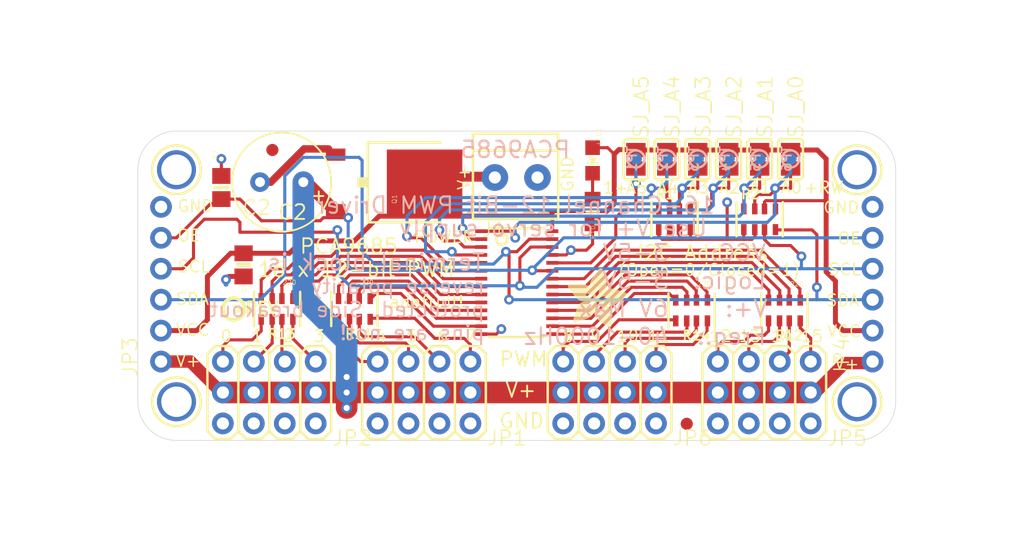
<source format=kicad_pcb>
(kicad_pcb (version 20171130) (host pcbnew "(5.1.12)-1")
  (layers (0 Top signal) (31 Bottom signal) (34 B.Paste user) (35 F.Paste user) (36 B.SilkS user) (37 F.SilkS user) (38 B.Mask user) (39 F.Mask user) (44 Edge.Cuts user))
  (net 0 "")
  (net 1 5.0V)
  (net 2 GND)
  (net 3 VCC)
  (net 4 /PWM11)
  (net 5 /PWM10)
  (net 6 /PWM9)
  (net 7 /PWM8)
  (net 8 /PWM7)
  (net 9 /PWM6)
  (net 10 /PWM5)
  (net 11 /PWM12)
  (net 12 /PWM13)
  (net 13 /PWM4)
  (net 14 /PWM3)
  (net 15 /SDA)
  (net 16 /SCL)
  (net 17 /A5)
  (net 18 /OE)
  (net 19 /PWM15)
  (net 20 /PWM14)
  (net 21 /PWM2)
  (net 22 /PWM1)
  (net 23 /PWM0)
  (net 24 /A4)
  (net 25 /A3)
  (net 26 /A2)
  (net 27 /A1)
  (net 28 /A0)
  (net 29 "Net-(J1-Pad1)")
  (net 30 "Net-(LED1-PadC)")
  (net 31 "Net-(JP1-Pad10)")
  (net 32 "Net-(JP1-Pad7)")
  (net 33 "Net-(JP1-Pad4)")
  (net 34 "Net-(JP1-Pad1)")
  (net 35 "Net-(JP2-Pad10)")
  (net 36 "Net-(JP2-Pad7)")
  (net 37 "Net-(JP2-Pad4)")
  (net 38 "Net-(JP2-Pad1)")
  (net 39 "Net-(JP5-Pad10)")
  (net 40 "Net-(JP5-Pad7)")
  (net 41 "Net-(JP5-Pad4)")
  (net 42 "Net-(JP5-Pad1)")
  (net 43 "Net-(JP6-Pad10)")
  (net 44 "Net-(JP6-Pad7)")
  (net 45 "Net-(JP6-Pad4)")
  (net 46 "Net-(JP6-Pad1)")
  (module "Adafruit PCA9685 rev C:TSSOP28" (layer Top) (at 148.5011 104.7496 270)
    (fp_text reference U1 (at -4.8456 2.0828) (layer F.SilkS) (effects (font (size 0.38608 0.38608) (thickness 0.030886)) (justify left bottom)))
    (fp_text value PCA9685)
    (pad 18 smd rect (at 2.275 -2.9178 270) (size 0.3048 0.9906) (layers Top F.Paste F.Mask) (net 4 /PWM11))
    (pad 17 smd rect (at 2.925 -2.9178 270) (size 0.3048 0.9906) (layers Top F.Paste F.Mask) (net 5 /PWM10))
    (pad 16 smd rect (at 3.575 -2.9178 270) (size 0.3048 0.9906) (layers Top F.Paste F.Mask) (net 6 /PWM9))
    (pad 15 smd rect (at 4.225 -2.9178 270) (size 0.3048 0.9906) (layers Top F.Paste F.Mask) (net 7 /PWM8))
    (pad 14 smd rect (at 4.225 2.9178 270) (size 0.3048 0.9906) (layers Top F.Paste F.Mask) (net 2 GND))
    (pad 13 smd rect (at 3.575 2.9178 270) (size 0.3048 0.9906) (layers Top F.Paste F.Mask) (net 8 /PWM7))
    (pad 12 smd rect (at 2.925 2.9178 270) (size 0.3048 0.9906) (layers Top F.Paste F.Mask) (net 9 /PWM6))
    (pad 11 smd rect (at 2.275 2.9178 270) (size 0.3048 0.9906) (layers Top F.Paste F.Mask) (net 10 /PWM5))
    (pad 19 smd rect (at 1.625 -2.9178 270) (size 0.3048 0.9906) (layers Top F.Paste F.Mask) (net 11 /PWM12))
    (pad 20 smd rect (at 0.975 -2.9178 270) (size 0.3048 0.9906) (layers Top F.Paste F.Mask) (net 12 /PWM13))
    (pad 10 smd rect (at 1.625 2.9178 270) (size 0.3048 0.9906) (layers Top F.Paste F.Mask) (net 13 /PWM4))
    (pad 9 smd rect (at 0.975 2.9178 270) (size 0.3048 0.9906) (layers Top F.Paste F.Mask) (net 14 /PWM3))
    (pad 28 smd rect (at -4.225 -2.9178 270) (size 0.3048 0.9906) (layers Top F.Paste F.Mask) (net 3 VCC))
    (pad 27 smd rect (at -3.575 -2.9178 270) (size 0.3048 0.9906) (layers Top F.Paste F.Mask) (net 15 /SDA))
    (pad 26 smd rect (at -2.925 -2.9178 270) (size 0.3048 0.9906) (layers Top F.Paste F.Mask) (net 16 /SCL))
    (pad 25 smd rect (at -2.275 -2.9178 270) (size 0.3048 0.9906) (layers Top F.Paste F.Mask) (net 2 GND))
    (pad 24 smd rect (at -1.625 -2.9178 270) (size 0.3048 0.9906) (layers Top F.Paste F.Mask) (net 17 /A5))
    (pad 23 smd rect (at -0.975 -2.9178 270) (size 0.3048 0.9906) (layers Top F.Paste F.Mask) (net 18 /OE))
    (pad 22 smd rect (at -0.325 -2.9178 270) (size 0.3048 0.9906) (layers Top F.Paste F.Mask) (net 19 /PWM15))
    (pad 21 smd rect (at 0.325 -2.9178 270) (size 0.3048 0.9906) (layers Top F.Paste F.Mask) (net 20 /PWM14))
    (pad 8 smd rect (at 0.325 2.9178 270) (size 0.3048 0.9906) (layers Top F.Paste F.Mask) (net 21 /PWM2))
    (pad 7 smd rect (at -0.325 2.9178 270) (size 0.3048 0.9906) (layers Top F.Paste F.Mask) (net 22 /PWM1))
    (pad 6 smd rect (at -0.975 2.9178 270) (size 0.3048 0.9906) (layers Top F.Paste F.Mask) (net 23 /PWM0))
    (pad 5 smd rect (at -1.625 2.9178 270) (size 0.3048 0.9906) (layers Top F.Paste F.Mask) (net 24 /A4))
    (pad 4 smd rect (at -2.275 2.9178 270) (size 0.3048 0.9906) (layers Top F.Paste F.Mask) (net 25 /A3))
    (pad 3 smd rect (at -2.925 2.9178 270) (size 0.3048 0.9906) (layers Top F.Paste F.Mask) (net 26 /A2))
    (pad 2 smd rect (at -3.575 2.9178 270) (size 0.3048 0.9906) (layers Top F.Paste F.Mask) (net 27 /A1))
    (pad 1 smd rect (at -4.225 2.9178 270) (size 0.3048 0.9906) (layers Top F.Paste F.Mask) (net 28 /A0))
  )
  (module "Adafruit PCA9685 rev C:SOLDERJUMPER_REFLOW_NOPASTE" (layer Top) (at 170.9801 94.6216 270)
    (fp_text reference SJ_A0 (at -1.651 -1.143 90) (layer F.SilkS) (effects (font (size 1.2065 1.2065) (thickness 0.12065)) (justify left bottom)))
    (fp_text value SOLDERJUMPERREFLOW_NOPASTE)
    (pad 2 smd rect (at 0.762 0 270) (size 1.1684 1.6002) (layers Top F.Mask) (net 28 /A0))
    (pad 1 smd rect (at -0.762 0 270) (size 1.1684 1.6002) (layers Top F.Mask) (net 3 VCC))
  )
  (module "Adafruit PCA9685 rev C:SOLDERJUMPER_REFLOW_NOPASTE" (layer Top) (at 168.4401 94.6216 270)
    (fp_text reference SJ_A1 (at -1.651 -1.143 90) (layer F.SilkS) (effects (font (size 1.2065 1.2065) (thickness 0.12065)) (justify left bottom)))
    (fp_text value SOLDERJUMPERREFLOW_NOPASTE)
    (pad 2 smd rect (at 0.762 0 270) (size 1.1684 1.6002) (layers Top F.Mask) (net 27 /A1))
    (pad 1 smd rect (at -0.762 0 270) (size 1.1684 1.6002) (layers Top F.Mask) (net 3 VCC))
  )
  (module "Adafruit PCA9685 rev C:SOLDERJUMPER_REFLOW_NOPASTE" (layer Top) (at 165.9001 94.6216 270)
    (fp_text reference SJ_A2 (at -1.651 -1.143 90) (layer F.SilkS) (effects (font (size 1.2065 1.2065) (thickness 0.12065)) (justify left bottom)))
    (fp_text value SOLDERJUMPERREFLOW_NOPASTE)
    (pad 2 smd rect (at 0.762 0 270) (size 1.1684 1.6002) (layers Top F.Mask) (net 26 /A2))
    (pad 1 smd rect (at -0.762 0 270) (size 1.1684 1.6002) (layers Top F.Mask) (net 3 VCC))
  )
  (module "Adafruit PCA9685 rev C:SOLDERJUMPER_REFLOW_NOPASTE" (layer Top) (at 163.3601 94.6216 270)
    (fp_text reference SJ_A3 (at -1.651 -1.143 90) (layer F.SilkS) (effects (font (size 1.2065 1.2065) (thickness 0.12065)) (justify left bottom)))
    (fp_text value SOLDERJUMPERREFLOW_NOPASTE)
    (pad 2 smd rect (at 0.762 0 270) (size 1.1684 1.6002) (layers Top F.Mask) (net 25 /A3))
    (pad 1 smd rect (at -0.762 0 270) (size 1.1684 1.6002) (layers Top F.Mask) (net 3 VCC))
  )
  (module "Adafruit PCA9685 rev C:SOLDERJUMPER_REFLOW_NOPASTE" (layer Top) (at 160.8201 94.6216 270)
    (fp_text reference SJ_A4 (at -1.651 -1.143 90) (layer F.SilkS) (effects (font (size 1.2065 1.2065) (thickness 0.12065)) (justify left bottom)))
    (fp_text value SOLDERJUMPERREFLOW_NOPASTE)
    (pad 2 smd rect (at 0.762 0 270) (size 1.1684 1.6002) (layers Top F.Mask) (net 24 /A4))
    (pad 1 smd rect (at -0.762 0 270) (size 1.1684 1.6002) (layers Top F.Mask) (net 3 VCC))
  )
  (module "Adafruit PCA9685 rev C:SOLDERJUMPER_REFLOW_NOPASTE" (layer Top) (at 158.2801 94.6216 270)
    (fp_text reference SJ_A5 (at -1.651 -1.143 90) (layer F.SilkS) (effects (font (size 1.2065 1.2065) (thickness 0.12065)) (justify left bottom)))
    (fp_text value SOLDERJUMPERREFLOW_NOPASTE)
    (pad 2 smd rect (at 0.762 0 270) (size 1.1684 1.6002) (layers Top F.Mask) (net 17 /A5))
    (pad 1 smd rect (at -0.762 0 270) (size 1.1684 1.6002) (layers Top F.Mask) (net 3 VCC))
  )
  (module "Adafruit PCA9685 rev C:0805-NO" (layer Top) (at 126.0696 103.2891 270)
    (fp_text reference C1 (at 2.286 -0.254 90) (layer F.SilkS) (effects (font (size 0.38608 0.38608) (thickness 0.030886)) (justify left bottom)))
    (fp_text value 10uF)
    (pad 2 smd rect (at 0.95 0 270) (size 1.3 1.5) (layers Top F.Paste F.Mask) (net 2 GND))
    (pad 1 smd rect (at -0.95 0 270) (size 1.3 1.5) (layers Top F.Paste F.Mask) (net 3 VCC))
  )
  (module "Adafruit PCA9685 rev C:0805-NO" (layer Top) (at 124.2441 96.9391 90)
    (fp_text reference R7 (at 2.286 -0.254 90) (layer F.SilkS) (effects (font (size 0.38608 0.38608) (thickness 0.030886)) (justify left bottom)))
    (fp_text value 10K)
    (pad 2 smd rect (at 0.95 0 90) (size 1.3 1.5) (layers Top F.Paste F.Mask) (net 2 GND))
    (pad 1 smd rect (at -0.95 0 90) (size 1.3 1.5) (layers Top F.Paste F.Mask) (net 18 /OE))
  )
  (module "Adafruit PCA9685 rev C:TERMBLOCK_1X2-3.5MM" (layer Top) (at 148.5011 96.1136 180)
    (fp_text reference J1 (at 3 -5) (layer F.SilkS) (effects (font (size 1.2065 1.2065) (thickness 0.09652)) (justify left bottom)))
    (fp_text value TERMBLOCK_1X2 hide)
    (pad 2 thru_hole circle (at -1.7 0 180) (size 2.1844 2.1844) (drill 1) (layers *.Cu *.Mask) (net 2 GND))
    (pad 1 thru_hole circle (at 1.8 0 180) (size 2.1844 2.1844) (drill 1) (layers *.Cu *.Mask) (net 29 "Net-(J1-Pad1)"))
  )
  (module "Adafruit PCA9685 rev C:MOUNTINGHOLE_2.5_PLATED" (layer Top) (at 120.5611 95.4786)
    (fp_text reference U$47 hide)
    (fp_text value MOUNTINGHOLE2.5 hide)
    (pad P$1 thru_hole circle (at 0 0) (size 3.2 3.2) (drill 2.5) (layers *.Cu *.Mask))
  )
  (module "Adafruit PCA9685 rev C:MOUNTINGHOLE_2.5_PLATED" (layer Top) (at 120.5611 114.5286)
    (fp_text reference U$48 hide)
    (fp_text value MOUNTINGHOLE2.5 hide)
    (pad P$1 thru_hole circle (at 0 0) (size 3.2 3.2) (drill 2.5) (layers *.Cu *.Mask))
  )
  (module "Adafruit PCA9685 rev C:MOUNTINGHOLE_2.5_PLATED" (layer Top) (at 176.4411 95.4786)
    (fp_text reference U$49 hide)
    (fp_text value MOUNTINGHOLE2.5 hide)
    (pad P$1 thru_hole circle (at 0 0) (size 3.2 3.2) (drill 2.5) (layers *.Cu *.Mask))
  )
  (module "Adafruit PCA9685 rev C:MOUNTINGHOLE_2.5_PLATED" (layer Top) (at 176.4411 114.5286)
    (fp_text reference U$50 hide)
    (fp_text value MOUNTINGHOLE2.5 hide)
    (pad P$1 thru_hole circle (at 0 0) (size 3.2 3.2) (drill 2.5) (layers *.Cu *.Mask))
  )
  (module "Adafruit PCA9685 rev C:FIDUCIAL_1MM" (layer Top) (at 162.4561 116.3386)
    (fp_text reference FID1 hide)
    (fp_text value FIDUCIAL"" hide)
    (pad 1 smd roundrect (at 0 0) (size 1 1) (layers Top F.Mask) (roundrect_rratio 0.5))
  )
  (module "Adafruit PCA9685 rev C:FIDUCIAL_1MM" (layer Top) (at 128.4341 93.8546)
    (fp_text reference FID2 hide)
    (fp_text value FIDUCIAL"" hide)
    (pad 1 smd roundrect (at 0 0) (size 1 1) (layers Top F.Mask) (roundrect_rratio 0.5))
  )
  (module "Adafruit PCA9685 rev C:TO252" (layer Top) (at 138.43 96.52 270)
    (fp_text reference Q1 (at 1.778 -0.254 90) (layer F.SilkS) (effects (font (size 0.38608 0.38608) (thickness 0.030886)) (justify left bottom)))
    (fp_text value AOD417)
    (pad 2 smd rect (at 2.28 4.8 270) (size 1 1.6) (layers Top F.Paste F.Mask) (net 1 5.0V))
    (pad 1 smd rect (at -2.28 4.8 270) (size 1 1.6) (layers Top F.Paste F.Mask) (net 2 GND))
    (pad 3 smd rect (at 0 -2.5 270) (size 5.4 6.2) (layers Top F.Paste F.Mask) (net 29 "Net-(J1-Pad1)"))
  )
  (module "Adafruit PCA9685 rev C:CHIPLED_0805_NOOUTLINE" (layer Top) (at 154.7241 94.7166 180)
    (fp_text reference LED1 (at -0.762 1.27 90) (layer F.SilkS) (effects (font (size 0.38608 0.38608) (thickness 0.030886)) (justify left bottom)))
    (fp_text value GREEN)
    (pad A smd rect (at 0 1.05 180) (size 1.2 1.2) (layers Top F.Paste F.Mask) (net 3 VCC))
    (pad C smd rect (at 0 -1.05 180) (size 1.2 1.2) (layers Top F.Paste F.Mask) (net 30 "Net-(LED1-PadC)"))
  )
  (module "Adafruit PCA9685 rev C:_0805MP" (layer Top) (at 154.7241 98.9076 270)
    (fp_text reference R10 (at 2.286 -0.254 90) (layer F.SilkS) (effects (font (size 0.38608 0.38608) (thickness 0.030886)) (justify left bottom)))
    (fp_text value 470)
    (pad 2 smd rect (at 1.016 0 270) (size 1.2 1.3) (layers Top F.Paste F.Mask) (net 2 GND))
    (pad 1 smd rect (at -1.016 0 270) (size 1.2 1.3) (layers Top F.Paste F.Mask) (net 30 "Net-(LED1-PadC)"))
  )
  (module "Adafruit PCA9685 rev C:E3,5-8" (layer Top) (at 129.1971 96.4946 180)
    (fp_text reference C2 (at 3.302 -2.794) (layer F.SilkS) (effects (font (size 1.2065 1.2065) (thickness 0.12065)) (justify left bottom)))
    (fp_text value CPOL-USE3.5-8)
    (pad + thru_hole circle (at -1.778 0 180) (size 1.6002 1.6002) (drill 0.8128) (layers *.Cu *.Mask) (net 1 5.0V))
    (pad - thru_hole circle (at 1.778 0 180) (size 1.6002 1.6002) (drill 0.8128) (layers *.Cu *.Mask) (net 2 GND))
  )
  (module "Adafruit PCA9685 rev C:ADAFRUIT_5MM" (layer Top) (at 152.6921 108.4326)
    (fp_text reference U$51 hide)
    (fp_text value "" hide)
  )
  (module "Adafruit PCA9685 rev C:1X06-CLEANBIG" (layer Top) (at 119.2911 104.8766 90)
    (fp_text reference JP3 (at -7.6962 -1.8288 90) (layer F.SilkS) (effects (font (size 1.2065 1.2065) (thickness 0.12065)) (justify left bottom)))
    (fp_text value PINHD-1X6CB)
    (pad 6 thru_hole circle (at 6.35 0 180) (size 1.778 1.778) (drill 1.016) (layers *.Cu *.Mask) (net 2 GND))
    (pad 5 thru_hole circle (at 3.81 0 180) (size 1.778 1.778) (drill 1.016) (layers *.Cu *.Mask) (net 18 /OE))
    (pad 4 thru_hole circle (at 1.27 0 180) (size 1.778 1.778) (drill 1.016) (layers *.Cu *.Mask) (net 16 /SCL))
    (pad 3 thru_hole circle (at -1.27 0 180) (size 1.778 1.778) (drill 1.016) (layers *.Cu *.Mask) (net 15 /SDA))
    (pad 2 thru_hole circle (at -3.81 0 180) (size 1.778 1.778) (drill 1.016) (layers *.Cu *.Mask) (net 3 VCC))
    (pad 1 thru_hole circle (at -6.35 0 180) (size 1.778 1.778) (drill 1.016) (layers *.Cu *.Mask) (net 1 5.0V))
  )
  (module "Adafruit PCA9685 rev C:1X06-CLEANBIG" (layer Top) (at 177.7111 104.8766 90)
    (fp_text reference JP4 (at -7.6962 -1.8288 90) (layer F.SilkS) (effects (font (size 1.2065 1.2065) (thickness 0.12065)) (justify left bottom)))
    (fp_text value PINHD-1X6CB)
    (pad 6 thru_hole circle (at 6.35 0 180) (size 1.778 1.778) (drill 1.016) (layers *.Cu *.Mask) (net 2 GND))
    (pad 5 thru_hole circle (at 3.81 0 180) (size 1.778 1.778) (drill 1.016) (layers *.Cu *.Mask) (net 18 /OE))
    (pad 4 thru_hole circle (at 1.27 0 180) (size 1.778 1.778) (drill 1.016) (layers *.Cu *.Mask) (net 16 /SCL))
    (pad 3 thru_hole circle (at -1.27 0 180) (size 1.778 1.778) (drill 1.016) (layers *.Cu *.Mask) (net 15 /SDA))
    (pad 2 thru_hole circle (at -3.81 0 180) (size 1.778 1.778) (drill 1.016) (layers *.Cu *.Mask) (net 3 VCC))
    (pad 1 thru_hole circle (at -6.35 0 180) (size 1.778 1.778) (drill 1.016) (layers *.Cu *.Mask) (net 1 5.0V))
  )
  (module "Adafruit PCA9685 rev C:3X04" (layer Top) (at 140.8811 113.7666 180)
    (fp_text reference JP1 (at -5.08 -4.445) (layer F.SilkS) (effects (font (size 1.2065 1.2065) (thickness 0.12065)) (justify left bottom)))
    (fp_text value HEADER-3X04)
    (pad 12 thru_hole circle (at 3.81 -2.54 180) (size 1.778 1.778) (drill 1) (layers *.Cu *.Mask) (net 2 GND))
    (pad 9 thru_hole circle (at 1.27 -2.54 180) (size 1.778 1.778) (drill 1) (layers *.Cu *.Mask) (net 2 GND))
    (pad 6 thru_hole circle (at -1.27 -2.54 180) (size 1.778 1.778) (drill 1) (layers *.Cu *.Mask) (net 2 GND))
    (pad 3 thru_hole circle (at -3.81 -2.54 180) (size 1.778 1.778) (drill 1) (layers *.Cu *.Mask) (net 2 GND))
    (pad 11 thru_hole circle (at 3.81 0 180) (size 1.778 1.778) (drill 1) (layers *.Cu *.Mask) (net 1 5.0V))
    (pad 10 thru_hole circle (at 3.81 2.54 180) (size 1.778 1.778) (drill 1) (layers *.Cu *.Mask) (net 31 "Net-(JP1-Pad10)"))
    (pad 8 thru_hole circle (at 1.27 0 180) (size 1.778 1.778) (drill 1) (layers *.Cu *.Mask) (net 1 5.0V))
    (pad 7 thru_hole circle (at 1.27 2.54 180) (size 1.778 1.778) (drill 1) (layers *.Cu *.Mask) (net 32 "Net-(JP1-Pad7)"))
    (pad 5 thru_hole circle (at -1.27 0 180) (size 1.778 1.778) (drill 1) (layers *.Cu *.Mask) (net 1 5.0V))
    (pad 4 thru_hole circle (at -1.27 2.54 180) (size 1.778 1.778) (drill 1) (layers *.Cu *.Mask) (net 33 "Net-(JP1-Pad4)"))
    (pad 2 thru_hole circle (at -3.81 0 180) (size 1.778 1.778) (drill 1) (layers *.Cu *.Mask) (net 1 5.0V))
    (pad 1 thru_hole circle (at -3.81 2.54 180) (size 1.778 1.778) (drill 1) (layers *.Cu *.Mask) (net 34 "Net-(JP1-Pad1)"))
  )
  (module "Adafruit PCA9685 rev C:3X04" (layer Top) (at 128.1811 113.7666 180)
    (fp_text reference JP2 (at -5.08 -4.445) (layer F.SilkS) (effects (font (size 1.2065 1.2065) (thickness 0.12065)) (justify left bottom)))
    (fp_text value HEADER-3X04)
    (pad 12 thru_hole circle (at 3.81 -2.54 180) (size 1.778 1.778) (drill 1) (layers *.Cu *.Mask) (net 2 GND))
    (pad 9 thru_hole circle (at 1.27 -2.54 180) (size 1.778 1.778) (drill 1) (layers *.Cu *.Mask) (net 2 GND))
    (pad 6 thru_hole circle (at -1.27 -2.54 180) (size 1.778 1.778) (drill 1) (layers *.Cu *.Mask) (net 2 GND))
    (pad 3 thru_hole circle (at -3.81 -2.54 180) (size 1.778 1.778) (drill 1) (layers *.Cu *.Mask) (net 2 GND))
    (pad 11 thru_hole circle (at 3.81 0 180) (size 1.778 1.778) (drill 1) (layers *.Cu *.Mask) (net 1 5.0V))
    (pad 10 thru_hole circle (at 3.81 2.54 180) (size 1.778 1.778) (drill 1) (layers *.Cu *.Mask) (net 35 "Net-(JP2-Pad10)"))
    (pad 8 thru_hole circle (at 1.27 0 180) (size 1.778 1.778) (drill 1) (layers *.Cu *.Mask) (net 1 5.0V))
    (pad 7 thru_hole circle (at 1.27 2.54 180) (size 1.778 1.778) (drill 1) (layers *.Cu *.Mask) (net 36 "Net-(JP2-Pad7)"))
    (pad 5 thru_hole circle (at -1.27 0 180) (size 1.778 1.778) (drill 1) (layers *.Cu *.Mask) (net 1 5.0V))
    (pad 4 thru_hole circle (at -1.27 2.54 180) (size 1.778 1.778) (drill 1) (layers *.Cu *.Mask) (net 37 "Net-(JP2-Pad4)"))
    (pad 2 thru_hole circle (at -3.81 0 180) (size 1.778 1.778) (drill 1) (layers *.Cu *.Mask) (net 1 5.0V))
    (pad 1 thru_hole circle (at -3.81 2.54 180) (size 1.778 1.778) (drill 1) (layers *.Cu *.Mask) (net 38 "Net-(JP2-Pad1)"))
  )
  (module "Adafruit PCA9685 rev C:3X04" (layer Top) (at 168.8211 113.7666 180)
    (fp_text reference JP5 (at -5.08 -4.445) (layer F.SilkS) (effects (font (size 1.2065 1.2065) (thickness 0.12065)) (justify left bottom)))
    (fp_text value HEADER-3X04)
    (pad 12 thru_hole circle (at 3.81 -2.54 180) (size 1.778 1.778) (drill 1) (layers *.Cu *.Mask) (net 2 GND))
    (pad 9 thru_hole circle (at 1.27 -2.54 180) (size 1.778 1.778) (drill 1) (layers *.Cu *.Mask) (net 2 GND))
    (pad 6 thru_hole circle (at -1.27 -2.54 180) (size 1.778 1.778) (drill 1) (layers *.Cu *.Mask) (net 2 GND))
    (pad 3 thru_hole circle (at -3.81 -2.54 180) (size 1.778 1.778) (drill 1) (layers *.Cu *.Mask) (net 2 GND))
    (pad 11 thru_hole circle (at 3.81 0 180) (size 1.778 1.778) (drill 1) (layers *.Cu *.Mask) (net 1 5.0V))
    (pad 10 thru_hole circle (at 3.81 2.54 180) (size 1.778 1.778) (drill 1) (layers *.Cu *.Mask) (net 39 "Net-(JP5-Pad10)"))
    (pad 8 thru_hole circle (at 1.27 0 180) (size 1.778 1.778) (drill 1) (layers *.Cu *.Mask) (net 1 5.0V))
    (pad 7 thru_hole circle (at 1.27 2.54 180) (size 1.778 1.778) (drill 1) (layers *.Cu *.Mask) (net 40 "Net-(JP5-Pad7)"))
    (pad 5 thru_hole circle (at -1.27 0 180) (size 1.778 1.778) (drill 1) (layers *.Cu *.Mask) (net 1 5.0V))
    (pad 4 thru_hole circle (at -1.27 2.54 180) (size 1.778 1.778) (drill 1) (layers *.Cu *.Mask) (net 41 "Net-(JP5-Pad4)"))
    (pad 2 thru_hole circle (at -3.81 0 180) (size 1.778 1.778) (drill 1) (layers *.Cu *.Mask) (net 1 5.0V))
    (pad 1 thru_hole circle (at -3.81 2.54 180) (size 1.778 1.778) (drill 1) (layers *.Cu *.Mask) (net 42 "Net-(JP5-Pad1)"))
  )
  (module "Adafruit PCA9685 rev C:3X04" (layer Top) (at 156.1211 113.7666 180)
    (fp_text reference JP6 (at -5.08 -4.445) (layer F.SilkS) (effects (font (size 1.2065 1.2065) (thickness 0.12065)) (justify left bottom)))
    (fp_text value HEADER-3X04)
    (pad 12 thru_hole circle (at 3.81 -2.54 180) (size 1.778 1.778) (drill 1) (layers *.Cu *.Mask) (net 2 GND))
    (pad 9 thru_hole circle (at 1.27 -2.54 180) (size 1.778 1.778) (drill 1) (layers *.Cu *.Mask) (net 2 GND))
    (pad 6 thru_hole circle (at -1.27 -2.54 180) (size 1.778 1.778) (drill 1) (layers *.Cu *.Mask) (net 2 GND))
    (pad 3 thru_hole circle (at -3.81 -2.54 180) (size 1.778 1.778) (drill 1) (layers *.Cu *.Mask) (net 2 GND))
    (pad 11 thru_hole circle (at 3.81 0 180) (size 1.778 1.778) (drill 1) (layers *.Cu *.Mask) (net 1 5.0V))
    (pad 10 thru_hole circle (at 3.81 2.54 180) (size 1.778 1.778) (drill 1) (layers *.Cu *.Mask) (net 43 "Net-(JP6-Pad10)"))
    (pad 8 thru_hole circle (at 1.27 0 180) (size 1.778 1.778) (drill 1) (layers *.Cu *.Mask) (net 1 5.0V))
    (pad 7 thru_hole circle (at 1.27 2.54 180) (size 1.778 1.778) (drill 1) (layers *.Cu *.Mask) (net 44 "Net-(JP6-Pad7)"))
    (pad 5 thru_hole circle (at -1.27 0 180) (size 1.778 1.778) (drill 1) (layers *.Cu *.Mask) (net 1 5.0V))
    (pad 4 thru_hole circle (at -1.27 2.54 180) (size 1.778 1.778) (drill 1) (layers *.Cu *.Mask) (net 45 "Net-(JP6-Pad4)"))
    (pad 2 thru_hole circle (at -3.81 0 180) (size 1.778 1.778) (drill 1) (layers *.Cu *.Mask) (net 1 5.0V))
    (pad 1 thru_hole circle (at -3.81 2.54 180) (size 1.778 1.778) (drill 1) (layers *.Cu *.Mask) (net 46 "Net-(JP6-Pad1)"))
  )
  (module "Adafruit PCA9685 rev C:RESPACK_4X0603" (layer Top) (at 135.1661 106.9086 180)
    (fp_text reference R11 (at -1.6 -1.6 180) (layer F.SilkS) (effects (font (size 0.77216 0.77216) (thickness 0.146304)) (justify right top)))
    (fp_text value 220 (at -1.6 2.4 180) (layer F.SilkS) (effects (font (size 0.38608 0.38608) (thickness 0.04064)) (justify right top)))
    (pad 3 smd rect (at 0.4 0.85 180) (size 0.45 0.9) (layers Top F.Paste F.Mask) (net 10 /PWM5))
    (pad 2 smd rect (at -0.4 0.85 180) (size 0.45 0.9) (layers Top F.Paste F.Mask) (net 9 /PWM6))
    (pad 4 smd rect (at 1.3 0.85 180) (size 0.45 0.9) (layers Top F.Paste F.Mask) (net 13 /PWM4))
    (pad 5 smd rect (at 1.3 -0.85 180) (size 0.45 0.9) (layers Top F.Paste F.Mask) (net 31 "Net-(JP1-Pad10)"))
    (pad 6 smd rect (at 0.4 -0.85 180) (size 0.45 0.9) (layers Top F.Paste F.Mask) (net 32 "Net-(JP1-Pad7)"))
    (pad 7 smd rect (at -0.4 -0.85 180) (size 0.45 0.9) (layers Top F.Paste F.Mask) (net 33 "Net-(JP1-Pad4)"))
    (pad 1 smd rect (at -1.3 0.85 180) (size 0.45 0.9) (layers Top F.Paste F.Mask) (net 8 /PWM7))
    (pad 8 smd rect (at -1.3 -0.85 180) (size 0.45 0.9) (layers Top F.Paste F.Mask) (net 34 "Net-(JP1-Pad1)"))
  )
  (module "Adafruit PCA9685 rev C:RESPACK_4X0603" (layer Top) (at 170.4721 107.0356 180)
    (fp_text reference R12 (at -1.6 -1.6 180) (layer F.SilkS) (effects (font (size 0.77216 0.77216) (thickness 0.146304)) (justify right top)))
    (fp_text value 220 (at -1.6 2.4 180) (layer F.SilkS) (effects (font (size 0.38608 0.38608) (thickness 0.04064)) (justify right top)))
    (pad 3 smd rect (at 0.4 0.85 180) (size 0.45 0.9) (layers Top F.Paste F.Mask) (net 12 /PWM13))
    (pad 2 smd rect (at -0.4 0.85 180) (size 0.45 0.9) (layers Top F.Paste F.Mask) (net 20 /PWM14))
    (pad 4 smd rect (at 1.3 0.85 180) (size 0.45 0.9) (layers Top F.Paste F.Mask) (net 11 /PWM12))
    (pad 5 smd rect (at 1.3 -0.85 180) (size 0.45 0.9) (layers Top F.Paste F.Mask) (net 39 "Net-(JP5-Pad10)"))
    (pad 6 smd rect (at 0.4 -0.85 180) (size 0.45 0.9) (layers Top F.Paste F.Mask) (net 40 "Net-(JP5-Pad7)"))
    (pad 7 smd rect (at -0.4 -0.85 180) (size 0.45 0.9) (layers Top F.Paste F.Mask) (net 41 "Net-(JP5-Pad4)"))
    (pad 1 smd rect (at -1.3 0.85 180) (size 0.45 0.9) (layers Top F.Paste F.Mask) (net 19 /PWM15))
    (pad 8 smd rect (at -1.3 -0.85 180) (size 0.45 0.9) (layers Top F.Paste F.Mask) (net 42 "Net-(JP5-Pad1)"))
  )
  (module "Adafruit PCA9685 rev C:RESPACK_4X0603" (layer Top) (at 128.8161 106.9086 180)
    (fp_text reference R13 (at -1.6 -1.6 180) (layer F.SilkS) (effects (font (size 0.77216 0.77216) (thickness 0.146304)) (justify right top)))
    (fp_text value 220 (at -1.6 2.4 180) (layer F.SilkS) (effects (font (size 0.38608 0.38608) (thickness 0.04064)) (justify right top)))
    (pad 3 smd rect (at 0.4 0.85 180) (size 0.45 0.9) (layers Top F.Paste F.Mask) (net 22 /PWM1))
    (pad 2 smd rect (at -0.4 0.85 180) (size 0.45 0.9) (layers Top F.Paste F.Mask) (net 21 /PWM2))
    (pad 4 smd rect (at 1.3 0.85 180) (size 0.45 0.9) (layers Top F.Paste F.Mask) (net 23 /PWM0))
    (pad 5 smd rect (at 1.3 -0.85 180) (size 0.45 0.9) (layers Top F.Paste F.Mask) (net 35 "Net-(JP2-Pad10)"))
    (pad 6 smd rect (at 0.4 -0.85 180) (size 0.45 0.9) (layers Top F.Paste F.Mask) (net 36 "Net-(JP2-Pad7)"))
    (pad 7 smd rect (at -0.4 -0.85 180) (size 0.45 0.9) (layers Top F.Paste F.Mask) (net 37 "Net-(JP2-Pad4)"))
    (pad 1 smd rect (at -1.3 0.85 180) (size 0.45 0.9) (layers Top F.Paste F.Mask) (net 14 /PWM3))
    (pad 8 smd rect (at -1.3 -0.85 180) (size 0.45 0.9) (layers Top F.Paste F.Mask) (net 38 "Net-(JP2-Pad1)"))
  )
  (module "Adafruit PCA9685 rev C:RESPACK_4X0603" (layer Top) (at 162.8521 107.0356 180)
    (fp_text reference R14 (at -1.6 -1.6 180) (layer F.SilkS) (effects (font (size 0.77216 0.77216) (thickness 0.146304)) (justify right top)))
    (fp_text value 220 (at -1.6 2.4 180) (layer F.SilkS) (effects (font (size 0.38608 0.38608) (thickness 0.04064)) (justify right top)))
    (pad 3 smd rect (at 0.4 0.85 180) (size 0.45 0.9) (layers Top F.Paste F.Mask) (net 6 /PWM9))
    (pad 2 smd rect (at -0.4 0.85 180) (size 0.45 0.9) (layers Top F.Paste F.Mask) (net 5 /PWM10))
    (pad 4 smd rect (at 1.3 0.85 180) (size 0.45 0.9) (layers Top F.Paste F.Mask) (net 7 /PWM8))
    (pad 5 smd rect (at 1.3 -0.85 180) (size 0.45 0.9) (layers Top F.Paste F.Mask) (net 43 "Net-(JP6-Pad10)"))
    (pad 6 smd rect (at 0.4 -0.85 180) (size 0.45 0.9) (layers Top F.Paste F.Mask) (net 44 "Net-(JP6-Pad7)"))
    (pad 7 smd rect (at -0.4 -0.85 180) (size 0.45 0.9) (layers Top F.Paste F.Mask) (net 45 "Net-(JP6-Pad4)"))
    (pad 1 smd rect (at -1.3 0.85 180) (size 0.45 0.9) (layers Top F.Paste F.Mask) (net 4 /PWM11))
    (pad 8 smd rect (at -1.3 -0.85 180) (size 0.45 0.9) (layers Top F.Paste F.Mask) (net 46 "Net-(JP6-Pad1)"))
  )
  (module "Adafruit PCA9685 rev C:RESPACK_4X0603" (layer Top) (at 161.4551 99.5426)
    (fp_text reference R1 (at -1.6 -1.6) (layer F.SilkS) (effects (font (size 0.77216 0.77216) (thickness 0.146304)) (justify left bottom)))
    (fp_text value 10K (at -1.6 2.4) (layer F.SilkS) (effects (font (size 0.38608 0.38608) (thickness 0.04064)) (justify left bottom)))
    (pad 3 smd rect (at 0.4 0.85) (size 0.45 0.9) (layers Top F.Paste F.Mask) (net 2 GND))
    (pad 2 smd rect (at -0.4 0.85) (size 0.45 0.9) (layers Top F.Paste F.Mask) (net 2 GND))
    (pad 4 smd rect (at 1.3 0.85) (size 0.45 0.9) (layers Top F.Paste F.Mask) (net 2 GND))
    (pad 5 smd rect (at 1.3 -0.85) (size 0.45 0.9) (layers Top F.Paste F.Mask) (net 26 /A2))
    (pad 6 smd rect (at 0.4 -0.85) (size 0.45 0.9) (layers Top F.Paste F.Mask) (net 25 /A3))
    (pad 7 smd rect (at -0.4 -0.85) (size 0.45 0.9) (layers Top F.Paste F.Mask) (net 24 /A4))
    (pad 1 smd rect (at -1.3 0.85) (size 0.45 0.9) (layers Top F.Paste F.Mask) (net 2 GND))
    (pad 8 smd rect (at -1.3 -0.85) (size 0.45 0.9) (layers Top F.Paste F.Mask) (net 17 /A5))
  )
  (module "Adafruit PCA9685 rev C:RESPACK_4X0603" (layer Top) (at 168.4401 99.5426)
    (fp_text reference R2 (at -1.6 -1.6) (layer F.SilkS) (effects (font (size 0.77216 0.77216) (thickness 0.146304)) (justify left bottom)))
    (fp_text value 10K (at -1.6 2.4) (layer F.SilkS) (effects (font (size 0.38608 0.38608) (thickness 0.04064)) (justify left bottom)))
    (pad 3 smd rect (at 0.4 0.85) (size 0.45 0.9) (layers Top F.Paste F.Mask) (net 16 /SCL))
    (pad 2 smd rect (at -0.4 0.85) (size 0.45 0.9) (layers Top F.Paste F.Mask) (net 2 GND))
    (pad 4 smd rect (at 1.3 0.85) (size 0.45 0.9) (layers Top F.Paste F.Mask) (net 15 /SDA))
    (pad 5 smd rect (at 1.3 -0.85) (size 0.45 0.9) (layers Top F.Paste F.Mask) (net 3 VCC))
    (pad 6 smd rect (at 0.4 -0.85) (size 0.45 0.9) (layers Top F.Paste F.Mask) (net 3 VCC))
    (pad 7 smd rect (at -0.4 -0.85) (size 0.45 0.9) (layers Top F.Paste F.Mask) (net 28 /A0))
    (pad 1 smd rect (at -1.3 0.85) (size 0.45 0.9) (layers Top F.Paste F.Mask) (net 2 GND))
    (pad 8 smd rect (at -1.3 -0.85) (size 0.45 0.9) (layers Top F.Paste F.Mask) (net 27 /A1))
  )
  (module "Adafruit PCA9685 rev C:PCBFEAT-REV-040" (layer Top) (at 125.2601 106.9086)
    (fp_text reference U$54 hide)
    (fp_text value "" hide)
    (fp_text user >REV (at -0.3556 0.508) (layer F.SilkS) (effects (font (size 0.9652 0.9652) (thickness 0.2032)) (justify left bottom)))
  )
  (module "Adafruit PCA9685 rev C:TESTPOINT_ROUND_1MM" (layer Bottom) (at 158.2801 94.5896 270)
    (fp_text reference TP1 (at 1.143 -0.127 270) (layer B.SilkS) (effects (font (size 0.77216 0.77216) (thickness 0.146304)) (justify right bottom mirror)))
    (fp_text value TESTPOINTROUND1MM)
    (pad P$1 smd roundrect (at 0 0 270) (size 1 1) (layers Bottom B.Mask) (roundrect_rratio 0.5) (net 17 /A5))
  )
  (module "Adafruit PCA9685 rev C:TESTPOINT_ROUND_1MM" (layer Bottom) (at 160.8201 94.5896 270)
    (fp_text reference TP2 (at 1.143 -0.127 270) (layer B.SilkS) (effects (font (size 0.77216 0.77216) (thickness 0.146304)) (justify right bottom mirror)))
    (fp_text value TESTPOINTROUND1MM)
    (pad P$1 smd roundrect (at 0 0 270) (size 1 1) (layers Bottom B.Mask) (roundrect_rratio 0.5) (net 24 /A4))
  )
  (module "Adafruit PCA9685 rev C:TESTPOINT_ROUND_1MM" (layer Bottom) (at 163.3601 94.5896 270)
    (fp_text reference TP3 (at 1.143 -0.127 270) (layer B.SilkS) (effects (font (size 0.77216 0.77216) (thickness 0.146304)) (justify right bottom mirror)))
    (fp_text value TESTPOINTROUND1MM)
    (pad P$1 smd roundrect (at 0 0 270) (size 1 1) (layers Bottom B.Mask) (roundrect_rratio 0.5) (net 25 /A3))
  )
  (module "Adafruit PCA9685 rev C:TESTPOINT_ROUND_1MM" (layer Bottom) (at 165.9001 94.5896 270)
    (fp_text reference TP4 (at 1.143 -0.127 270) (layer B.SilkS) (effects (font (size 0.77216 0.77216) (thickness 0.146304)) (justify right bottom mirror)))
    (fp_text value TESTPOINTROUND1MM)
    (pad P$1 smd roundrect (at 0 0 270) (size 1 1) (layers Bottom B.Mask) (roundrect_rratio 0.5) (net 26 /A2))
  )
  (module "Adafruit PCA9685 rev C:TESTPOINT_ROUND_1MM" (layer Bottom) (at 168.4401 94.5896 270)
    (fp_text reference TP5 (at 1.143 -0.127 270) (layer B.SilkS) (effects (font (size 0.77216 0.77216) (thickness 0.146304)) (justify right bottom mirror)))
    (fp_text value TESTPOINTROUND1MM)
    (pad P$1 smd roundrect (at 0 0 270) (size 1 1) (layers Bottom B.Mask) (roundrect_rratio 0.5) (net 27 /A1))
  )
  (module "Adafruit PCA9685 rev C:TESTPOINT_ROUND_1MM" (layer Bottom) (at 170.9801 94.5896 270)
    (fp_text reference TP6 (at 1.143 -0.127 270) (layer B.SilkS) (effects (font (size 0.77216 0.77216) (thickness 0.146304)) (justify right bottom mirror)))
    (fp_text value TESTPOINTROUND1MM)
    (pad P$1 smd roundrect (at 0 0 270) (size 1 1) (layers Bottom B.Mask) (roundrect_rratio 0.5) (net 28 /A0))
  )
  (gr_arc (start 120.5611 114.5286) (end 120.5611 117.7036) (angle 90) (layer Edge.Cuts) (width 0.05))
  (gr_line (start 117.3861 114.5286) (end 117.3861 95.4786) (layer Edge.Cuts) (width 0.05))
  (gr_arc (start 120.5611 95.4786) (end 117.3861 95.4786) (angle 90) (layer Edge.Cuts) (width 0.05))
  (gr_line (start 120.5611 92.3036) (end 176.4411 92.3036) (layer Edge.Cuts) (width 0.05))
  (gr_arc (start 176.4411 95.4786) (end 176.4411 92.3036) (angle 90) (layer Edge.Cuts) (width 0.05))
  (gr_line (start 179.6161 95.4786) (end 179.6161 114.5286) (layer Edge.Cuts) (width 0.05))
  (gr_arc (start 176.4411 114.5286) (end 179.6161 114.5286) (angle 90) (layer Edge.Cuts) (width 0.05))
  (gr_line (start 176.4411 117.7036) (end 120.5611 117.7036) (layer Edge.Cuts) (width 0.05))
  (gr_text A0 (at 170.0911 97.5106) (layer F.SilkS) (effects (font (size 0.9652 0.9652) (thickness 0.12192)) (justify left bottom)))
  (gr_text A1 (at 167.5511 97.5106) (layer F.SilkS) (effects (font (size 0.9652 0.9652) (thickness 0.12192)) (justify left bottom)))
  (gr_text A2 (at 165.0111 97.5106) (layer F.SilkS) (effects (font (size 0.9652 0.9652) (thickness 0.12192)) (justify left bottom)))
  (gr_text A3 (at 162.4711 97.5106) (layer F.SilkS) (effects (font (size 0.9652 0.9652) (thickness 0.12192)) (justify left bottom)))
  (gr_text A4 (at 159.9311 97.5106) (layer F.SilkS) (effects (font (size 0.9652 0.9652) (thickness 0.12192)) (justify left bottom)))
  (gr_text A5 (at 157.3911 97.5106) (layer F.SilkS) (effects (font (size 0.9652 0.9652) (thickness 0.12192)) (justify left bottom)))
  (gr_text V+ (at 147.4691 114.2746) (layer F.SilkS) (effects (font (size 1.2065 1.2065) (thickness 0.1524)) (justify left bottom)))
  (gr_text GND (at 146.9611 116.8146) (layer F.SilkS) (effects (font (size 1.2065 1.2065) (thickness 0.1524)) (justify left bottom)))
  (gr_text 8 (at 152.1681 109.7026) (layer F.SilkS) (effects (font (size 0.9652 0.9652) (thickness 0.12192)) (justify left bottom)))
  (gr_text 9 (at 154.4541 109.7026) (layer F.SilkS) (effects (font (size 0.9652 0.9652) (thickness 0.12192)) (justify left bottom)))
  (gr_text 10 (at 156.6131 109.7026) (layer F.SilkS) (effects (font (size 0.9652 0.9652) (thickness 0.12192)) (justify left bottom)))
  (gr_text 11 (at 159.1531 109.7026) (layer F.SilkS) (effects (font (size 0.9652 0.9652) (thickness 0.12192)) (justify left bottom)))
  (gr_text 12 (at 164.2331 109.7026) (layer F.SilkS) (effects (font (size 0.9652 0.9652) (thickness 0.12192)) (justify left bottom)))
  (gr_text 13 (at 166.6461 109.7026) (layer F.SilkS) (effects (font (size 0.9652 0.9652) (thickness 0.12192)) (justify left bottom)))
  (gr_text 14 (at 169.3131 109.7026) (layer F.SilkS) (effects (font (size 0.9652 0.9652) (thickness 0.12192)) (justify left bottom)))
  (gr_text 15 (at 171.7261 109.7026) (layer F.SilkS) (effects (font (size 0.9652 0.9652) (thickness 0.12192)) (justify left bottom)))
  (gr_text 0 (at 124.1011 109.7026) (layer F.SilkS) (effects (font (size 0.9652 0.9652) (thickness 0.12192)) (justify left bottom)))
  (gr_text 1 (at 126.6411 109.7026) (layer F.SilkS) (effects (font (size 0.9652 0.9652) (thickness 0.12192)) (justify left bottom)))
  (gr_text 2 (at 129.1811 109.7026) (layer F.SilkS) (effects (font (size 0.9652 0.9652) (thickness 0.12192)) (justify left bottom)))
  (gr_text 3 (at 131.7211 109.7026) (layer F.SilkS) (effects (font (size 0.9652 0.9652) (thickness 0.12192)) (justify left bottom)))
  (gr_text 4 (at 136.8011 109.7026) (layer F.SilkS) (effects (font (size 0.9652 0.9652) (thickness 0.12192)) (justify left bottom)))
  (gr_text 5 (at 139.3411 109.7026) (layer F.SilkS) (effects (font (size 0.9652 0.9652) (thickness 0.12192)) (justify left bottom)))
  (gr_text 6 (at 141.8811 109.7026) (layer F.SilkS) (effects (font (size 0.9652 0.9652) (thickness 0.12192)) (justify left bottom)))
  (gr_text 7 (at 144.1671 109.7026) (layer F.SilkS) (effects (font (size 0.9652 0.9652) (thickness 0.12192)) (justify left bottom)))
  (gr_text PWM (at 146.9611 111.7346) (layer F.SilkS) (effects (font (size 1.2065 1.2065) (thickness 0.1524)) (justify left bottom)))
  (gr_text GND (at 153.2341 97.3756 90) (layer F.SilkS) (effects (font (size 0.9652 0.9652) (thickness 0.12192)) (justify left bottom)))
  (gr_text V+ (at 144.7251 97.2166 90) (layer F.SilkS) (effects (font (size 0.9652 0.9652) (thickness 0.12192)) (justify left bottom)))
  (gr_text GND (at 120.5611 99.0346) (layer F.SilkS) (effects (font (size 0.9652 0.9652) (thickness 0.12192)) (justify left bottom)))
  (gr_text OE (at 120.5611 101.4476) (layer F.SilkS) (effects (font (size 0.9652 0.9652) (thickness 0.12192)) (justify left bottom)))
  (gr_text SCL (at 120.5611 103.9876) (layer F.SilkS) (effects (font (size 0.9652 0.9652) (thickness 0.12192)) (justify left bottom)))
  (gr_text SDA (at 120.4341 106.6546) (layer F.SilkS) (effects (font (size 0.9652 0.9652) (thickness 0.12192)) (justify left bottom)))
  (gr_text VCC (at 120.4341 109.1946) (layer F.SilkS) (effects (font (size 0.9652 0.9652) (thickness 0.12192)) (justify left bottom)))
  (gr_text "I2C Address" (at 158.2801 103.0036) (layer F.SilkS) (effects (font (size 1.2065 1.2065) (thickness 0.1524)) (justify left bottom)))
  (gr_text "(Open=0/Closed=1)" (at 156.7561 104.2736) (layer F.SilkS) (effects (font (size 0.9652 0.9652) (thickness 0.12192)) (justify left bottom)))
  (gr_text 1+ (at 155.4861 97.5106) (layer F.SilkS) (effects (font (size 0.9652 0.9652) (thickness 0.12192)) (justify left bottom)))
  (gr_text +RW (at 171.9961 97.5106) (layer F.SilkS) (effects (font (size 0.9652 0.9652) (thickness 0.12192)) (justify left bottom)))
  (gr_text C2 (at 128.8161 99.6696) (layer F.SilkS) (effects (font (size 1.2065 1.2065) (thickness 0.1524)) (justify left bottom)))
  (gr_text GND (at 176.6951 98.0186) (layer F.SilkS) (effects (font (size 0.9652 0.9652) (thickness 0.12192)) (justify right top)))
  (gr_text OE (at 176.8221 100.5586) (layer F.SilkS) (effects (font (size 0.9652 0.9652) (thickness 0.12192)) (justify right top)))
  (gr_text SCL (at 176.8221 103.0986) (layer F.SilkS) (effects (font (size 0.9652 0.9652) (thickness 0.12192)) (justify right top)))
  (gr_text SDA (at 176.6951 105.6386) (layer F.SilkS) (effects (font (size 0.9652 0.9652) (thickness 0.12192)) (justify right top)))
  (gr_text VCC (at 176.8221 108.1786) (layer F.SilkS) (effects (font (size 0.9652 0.9652) (thickness 0.12192)) (justify right top)))
  (gr_text V+ (at 120.4341 111.7346) (layer F.SilkS) (effects (font (size 0.9652 0.9652) (thickness 0.12192)) (justify left bottom)))
  (gr_text V+ (at 176.6951 110.8456) (layer F.SilkS) (effects (font (size 0.9652 0.9652) (thickness 0.12192)) (justify right top)))
  (gr_text POWER (at 139.9921 101.5746) (layer F.SilkS) (effects (font (size 0.9652 0.9652) (thickness 0.12192)) (justify left bottom)))
  (gr_text VCC: (at 169.0751 103.0986) (layer B.SilkS) (effects (font (size 1.35128 1.35128) (thickness 0.170688)) (justify left bottom mirror)))
  (gr_text Logic: (at 169.0751 105.3846) (layer B.SilkS) (effects (font (size 1.35128 1.35128) (thickness 0.170688)) (justify left bottom mirror)))
  (gr_text V+: (at 169.2021 107.6706) (layer B.SilkS) (effects (font (size 1.35128 1.35128) (thickness 0.170688)) (justify left bottom mirror)))
  (gr_text 3-5V (at 161.0741 103.0986) (layer B.SilkS) (effects (font (size 1.35128 1.35128) (thickness 0.170688)) (justify left bottom mirror)))
  (gr_text 3-5V (at 161.0741 105.3846) (layer B.SilkS) (effects (font (size 1.35128 1.35128) (thickness 0.170688)) (justify left bottom mirror)))
  (gr_text "6V Max" (at 161.0741 107.6706) (layer B.SilkS) (effects (font (size 1.35128 1.35128) (thickness 0.170688)) (justify left bottom mirror)))
  (gr_text "Use V+ for servo supply" (at 164.2491 101.0666) (layer B.SilkS) (effects (font (size 1.35128 1.35128) (thickness 0.170688)) (justify left bottom mirror)))
  (gr_text PCA9685 (at 148.3741 93.8276) (layer B.SilkS) (effects (font (size 1.35128 1.35128) (thickness 0.170688)) (justify mirror)))
  (gr_text "Terminal block is" (at 145.9611 103.8606) (layer B.SilkS) (effects (font (size 1.35128 1.35128) (thickness 0.170688)) (justify left bottom mirror)))
  (gr_text "reverse polarity" (at 145.9611 105.7656) (layer B.SilkS) (effects (font (size 1.2065 1.2065) (thickness 0.1524)) (justify left bottom mirror)))
  (gr_text "protected. Side breakout" (at 145.9611 107.6706) (layer B.SilkS) (effects (font (size 1.2065 1.2065) (thickness 0.1524)) (justify left bottom mirror)))
  (gr_text "pins are not!" (at 145.9611 109.5756) (layer B.SilkS) (effects (font (size 1.2065 1.2065) (thickness 0.1524)) (justify left bottom mirror)))
  (gr_text Freq.: (at 169.0751 109.9566) (layer B.SilkS) (effects (font (size 1.35128 1.35128) (thickness 0.170688)) (justify left bottom mirror)))
  (gr_text 40-1000Hz (at 161.0741 109.9566) (layer B.SilkS) (effects (font (size 1.35128 1.35128) (thickness 0.170688)) (justify left bottom mirror)))
  (gr_text PCA9685 (at 130.5941 102.4636) (layer F.SilkS) (effects (font (size 1.2065 1.2065) (thickness 0.1524)) (justify left bottom)))
  (gr_text "16 x 12-bit PWM" (at 127.1651 104.3686) (layer F.SilkS) (effects (font (size 1.2065 1.2065) (thickness 0.1524)) (justify left bottom)))
  (gr_text adafruit! (at 137.9601 106.9086) (layer F.SilkS) (effects (font (size 0.9652 0.9652) (thickness 0.12192)) (justify left bottom)))
  (gr_text "16-Channel 12-Bit PWM Driver" (at 148.3741 98.3996) (layer B.SilkS) (effects (font (size 1.35128 1.35128) (thickness 0.170688)) (justify mirror)))
  (segment (start 133.2611 102.5906) (end 133.7691 102.0826) (width 0.254) (layer Top) (net 23))
  (segment (start 131.9911 102.5906) (end 133.2611 102.5906) (width 0.254) (layer Top) (net 23))
  (segment (start 131.4831 103.0986) (end 131.9911 102.5906) (width 0.254) (layer Top) (net 23))
  (segment (start 131.4831 103.0986) (end 130.2131 103.0986) (width 0.254) (layer Top) (net 23))
  (segment (start 130.2131 103.0986) (end 129.7051 103.6066) (width 0.254) (layer Top) (net 23))
  (segment (start 129.7051 103.6066) (end 128.4351 103.6066) (width 0.254) (layer Top) (net 23))
  (segment (start 128.4351 103.6066) (end 127.5161 104.5256) (width 0.254) (layer Top) (net 23))
  (segment (start 142.5731 103.7746) (end 145.5833 103.7746) (width 0.254) (layer Top) (net 23))
  (segment (start 133.7691 102.0826) (end 140.8811 102.0826) (width 0.254) (layer Top) (net 23))
  (segment (start 140.8811 102.0826) (end 142.5731 103.7746) (width 0.254) (layer Top) (net 23))
  (segment (start 127.5161 104.5256) (end 127.5161 106.0586) (width 0.254) (layer Top) (net 23))
  (segment (start 133.5151 103.0986) (end 134.0231 102.5906) (width 0.254) (layer Top) (net 22))
  (segment (start 133.5151 103.0986) (end 132.2451 103.0986) (width 0.254) (layer Top) (net 22))
  (segment (start 132.2451 103.0986) (end 131.7371 103.6066) (width 0.254) (layer Top) (net 22))
  (segment (start 131.7371 103.6066) (end 130.4671 103.6066) (width 0.254) (layer Top) (net 22))
  (segment (start 130.4671 103.6066) (end 129.9591 104.1146) (width 0.254) (layer Top) (net 22))
  (segment (start 142.4611 104.4246) (end 145.5833 104.4246) (width 0.254) (layer Top) (net 22))
  (segment (start 129.9591 104.1146) (end 128.9431 104.1146) (width 0.254) (layer Top) (net 22))
  (segment (start 128.9431 104.1146) (end 128.4161 104.6416) (width 0.254) (layer Top) (net 22))
  (segment (start 134.0231 102.5906) (end 140.6271 102.5906) (width 0.254) (layer Top) (net 22))
  (segment (start 140.6271 102.5906) (end 142.4611 104.4246) (width 0.254) (layer Top) (net 22))
  (segment (start 128.4161 104.6416) (end 128.4161 106.0586) (width 0.254) (layer Top) (net 22))
  (segment (start 133.7691 103.6066) (end 134.2771 103.0986) (width 0.254) (layer Top) (net 21))
  (segment (start 133.7691 103.6066) (end 132.4991 103.6066) (width 0.254) (layer Top) (net 21))
  (segment (start 132.4991 103.6066) (end 131.9911 104.1146) (width 0.254) (layer Top) (net 21))
  (segment (start 131.9911 104.1146) (end 130.7211 104.1146) (width 0.254) (layer Top) (net 21))
  (segment (start 130.7211 104.1146) (end 130.2131 104.6226) (width 0.254) (layer Top) (net 21))
  (segment (start 142.3491 105.0746) (end 145.5833 105.0746) (width 0.254) (layer Top) (net 21))
  (segment (start 130.2131 104.6226) (end 129.5781 104.6226) (width 0.254) (layer Top) (net 21))
  (segment (start 129.5781 104.6226) (end 129.1971 105.0036) (width 0.254) (layer Top) (net 21))
  (segment (start 134.2771 103.0986) (end 140.3731 103.0986) (width 0.254) (layer Top) (net 21))
  (segment (start 140.3731 103.0986) (end 142.3491 105.0746) (width 0.254) (layer Top) (net 21))
  (segment (start 129.1971 105.0036) (end 129.2161 105.0226) (width 0.254) (layer Top) (net 21))
  (segment (start 129.2161 105.0226) (end 129.2161 106.0586) (width 0.254) (layer Top) (net 21))
  (segment (start 134.0231 104.1146) (end 134.5311 103.6066) (width 0.254) (layer Top) (net 14))
  (segment (start 134.0231 104.1146) (end 132.7531 104.1146) (width 0.254) (layer Top) (net 14))
  (segment (start 132.7531 104.1146) (end 132.2451 104.6226) (width 0.254) (layer Top) (net 14))
  (segment (start 132.2451 104.6226) (end 130.9751 104.6226) (width 0.254) (layer Top) (net 14))
  (segment (start 142.2371 105.7246) (end 145.5833 105.7246) (width 0.254) (layer Top) (net 14))
  (segment (start 130.9751 104.6226) (end 130.1161 105.4816) (width 0.254) (layer Top) (net 14))
  (segment (start 134.5311 103.6066) (end 140.1191 103.6066) (width 0.254) (layer Top) (net 14))
  (segment (start 140.1191 103.6066) (end 142.2371 105.7246) (width 0.254) (layer Top) (net 14))
  (segment (start 130.1161 105.4816) (end 130.1161 106.0586) (width 0.254) (layer Top) (net 14))
  (segment (start 133.8661 105.0336) (end 134.7851 104.1146) (width 0.254) (layer Top) (net 13))
  (segment (start 142.1251 106.3746) (end 145.5833 106.3746) (width 0.254) (layer Top) (net 13))
  (segment (start 133.8661 106.0586) (end 133.8661 105.0336) (width 0.254) (layer Top) (net 13))
  (segment (start 134.7851 104.1146) (end 139.8651 104.1146) (width 0.254) (layer Top) (net 13))
  (segment (start 139.8651 104.1146) (end 142.1251 106.3746) (width 0.254) (layer Top) (net 13))
  (segment (start 142.0131 107.0246) (end 145.5833 107.0246) (width 0.254) (layer Top) (net 10))
  (segment (start 134.7661 106.0586) (end 134.7661 104.8956) (width 0.254) (layer Top) (net 10))
  (segment (start 134.7661 104.8956) (end 135.0391 104.6226) (width 0.254) (layer Top) (net 10))
  (segment (start 135.0391 104.6226) (end 139.6111 104.6226) (width 0.254) (layer Top) (net 10))
  (segment (start 139.6111 104.6226) (end 142.0131 107.0246) (width 0.254) (layer Top) (net 10))
  (segment (start 141.9011 107.6746) (end 145.5833 107.6746) (width 0.254) (layer Top) (net 9))
  (segment (start 135.5661 106.0586) (end 135.5661 105.3656) (width 0.254) (layer Top) (net 9))
  (segment (start 135.5661 105.3656) (end 135.8011 105.1306) (width 0.254) (layer Top) (net 9))
  (segment (start 135.8011 105.1306) (end 139.3571 105.1306) (width 0.254) (layer Top) (net 9))
  (segment (start 139.3571 105.1306) (end 141.9011 107.6746) (width 0.254) (layer Top) (net 9))
  (segment (start 141.6621 108.3246) (end 145.5833 108.3246) (width 0.254) (layer Top) (net 8))
  (segment (start 138.9761 105.6386) (end 141.6621 108.3246) (width 0.254) (layer Top) (net 8))
  (segment (start 136.4661 106.0586) (end 136.4661 106.1166) (width 0.254) (layer Top) (net 8))
  (segment (start 136.4661 106.1166) (end 136.9441 105.6386) (width 0.254) (layer Top) (net 8))
  (segment (start 136.9441 105.6386) (end 138.9761 105.6386) (width 0.254) (layer Top) (net 8))
  (segment (start 151.4189 108.9746) (end 154.8171 108.9746) (width 0.254) (layer Top) (net 7))
  (segment (start 154.8171 108.9746) (end 158.1531 105.6386) (width 0.254) (layer Top) (net 7))
  (segment (start 158.1531 105.6386) (end 161.0051 105.6386) (width 0.254) (layer Top) (net 7))
  (segment (start 161.0051 105.6386) (end 161.5521 106.1856) (width 0.254) (layer Top) (net 7))
  (segment (start 151.4189 108.3246) (end 154.7051 108.3246) (width 0.254) (layer Top) (net 6))
  (segment (start 154.7051 108.3246) (end 157.8991 105.1306) (width 0.254) (layer Top) (net 6))
  (segment (start 157.8991 105.1306) (end 162.0901 105.1306) (width 0.254) (layer Top) (net 6))
  (segment (start 162.0901 105.1306) (end 162.4711 105.5116) (width 0.254) (layer Top) (net 6))
  (segment (start 162.4711 105.5116) (end 162.4711 106.1666) (width 0.254) (layer Top) (net 6))
  (segment (start 162.4711 106.1666) (end 162.4521 106.1856) (width 0.254) (layer Top) (net 6))
  (segment (start 151.4189 107.6746) (end 154.5931 107.6746) (width 0.254) (layer Top) (net 5))
  (segment (start 154.5931 107.6746) (end 157.6451 104.6226) (width 0.254) (layer Top) (net 5))
  (segment (start 157.6451 104.6226) (end 162.4711 104.6226) (width 0.254) (layer Top) (net 5))
  (segment (start 162.4711 104.6226) (end 163.2331 105.3846) (width 0.254) (layer Top) (net 5))
  (segment (start 163.2331 105.3846) (end 163.2331 106.1666) (width 0.254) (layer Top) (net 5))
  (segment (start 163.2331 106.1666) (end 163.2521 106.1856) (width 0.254) (layer Top) (net 5))
  (segment (start 151.4189 107.0246) (end 154.4811 107.0246) (width 0.254) (layer Top) (net 4))
  (segment (start 154.4811 107.0246) (end 157.3911 104.1146) (width 0.254) (layer Top) (net 4))
  (segment (start 157.3911 104.1146) (end 162.7251 104.1146) (width 0.254) (layer Top) (net 4))
  (segment (start 162.7251 104.1146) (end 164.1221 105.5116) (width 0.254) (layer Top) (net 4))
  (segment (start 164.1221 105.5116) (end 164.1221 106.1556) (width 0.254) (layer Top) (net 4))
  (segment (start 164.1221 106.1556) (end 164.1521 106.1856) (width 0.254) (layer Top) (net 4))
  (segment (start 151.4189 106.3746) (end 154.3691 106.3746) (width 0.254) (layer Top) (net 11))
  (segment (start 154.3691 106.3746) (end 157.1371 103.6066) (width 0.254) (layer Top) (net 11))
  (segment (start 157.1371 103.6066) (end 167.4241 103.6066) (width 0.254) (layer Top) (net 11))
  (segment (start 167.4241 103.6066) (end 169.2021 105.3846) (width 0.254) (layer Top) (net 11))
  (segment (start 169.2021 105.3846) (end 169.2021 106.1556) (width 0.254) (layer Top) (net 11))
  (segment (start 169.2021 106.1556) (end 169.1721 106.1856) (width 0.254) (layer Top) (net 11))
  (segment (start 151.4189 105.7246) (end 154.2571 105.7246) (width 0.254) (layer Top) (net 12))
  (segment (start 154.2571 105.7246) (end 156.8831 103.0986) (width 0.254) (layer Top) (net 12))
  (segment (start 156.8831 103.0986) (end 167.8051 103.0986) (width 0.254) (layer Top) (net 12))
  (segment (start 167.8051 103.0986) (end 170.0911 105.3846) (width 0.254) (layer Top) (net 12))
  (segment (start 170.0911 105.3846) (end 170.0911 106.1666) (width 0.254) (layer Top) (net 12))
  (segment (start 170.0911 106.1666) (end 170.0721 106.1856) (width 0.254) (layer Top) (net 12))
  (segment (start 151.4189 105.0746) (end 154.1451 105.0746) (width 0.254) (layer Top) (net 20))
  (segment (start 154.1451 105.0746) (end 156.6291 102.5906) (width 0.254) (layer Top) (net 20))
  (segment (start 156.6291 102.5906) (end 168.1861 102.5906) (width 0.254) (layer Top) (net 20))
  (segment (start 168.1861 102.5906) (end 170.8531 105.2576) (width 0.254) (layer Top) (net 20))
  (segment (start 170.8531 105.2576) (end 170.8531 106.1666) (width 0.254) (layer Top) (net 20))
  (segment (start 170.8531 106.1666) (end 170.8721 106.1856) (width 0.254) (layer Top) (net 20))
  (segment (start 151.4189 104.4246) (end 154.0331 104.4246) (width 0.254) (layer Top) (net 19))
  (segment (start 154.0331 104.4246) (end 156.3751 102.0826) (width 0.254) (layer Top) (net 19))
  (segment (start 156.3751 102.0826) (end 168.5671 102.0826) (width 0.254) (layer Top) (net 19))
  (segment (start 168.5671 102.0826) (end 171.7421 105.2576) (width 0.254) (layer Top) (net 19))
  (segment (start 171.7421 105.2576) (end 171.7421 106.1556) (width 0.254) (layer Top) (net 19))
  (segment (start 171.7421 106.1556) (end 171.7721 106.1856) (width 0.254) (layer Top) (net 19))
  (segment (start 121.7041 111.2266) (end 119.2911 111.2266) (width 1.016) (layer Top) (net 1))
  (segment (start 124.2441 113.7666) (end 121.7041 111.2266) (width 1.016) (layer Top) (net 1))
  (segment (start 173.0121 113.7666) (end 175.4251 111.3536) (width 1.016) (layer Top) (net 1))
  (segment (start 175.4251 111.3536) (end 177.5841 111.3536) (width 1.016) (layer Top) (net 1))
  (segment (start 177.5841 111.3536) (end 177.7111 111.2266) (width 1.016) (layer Top) (net 1))
  (segment (start 126.9111 113.7666) (end 124.3711 113.7666) (width 1.778) (layer Top) (net 1))
  (segment (start 129.4511 113.7666) (end 126.9111 113.7666) (width 1.778) (layer Top) (net 1))
  (segment (start 131.9911 113.7666) (end 129.4511 113.7666) (width 1.778) (layer Top) (net 1))
  (segment (start 137.0711 113.7666) (end 134.5311 113.7666) (width 1.778) (layer Top) (net 1))
  (segment (start 134.5311 113.7666) (end 131.9911 113.7666) (width 1.778) (layer Top) (net 1))
  (segment (start 139.6111 113.7666) (end 137.0711 113.7666) (width 1.778) (layer Top) (net 1))
  (segment (start 142.1511 113.7666) (end 139.6111 113.7666) (width 1.778) (layer Top) (net 1))
  (segment (start 144.6911 113.7666) (end 142.1511 113.7666) (width 1.778) (layer Top) (net 1))
  (segment (start 152.3111 113.7666) (end 154.8511 113.7666) (width 1.778) (layer Top) (net 1))
  (segment (start 154.8511 113.7666) (end 157.3911 113.7666) (width 1.778) (layer Top) (net 1))
  (segment (start 157.3911 113.7666) (end 159.9311 113.7666) (width 1.778) (layer Top) (net 1))
  (segment (start 159.9311 113.7666) (end 165.0111 113.7666) (width 1.778) (layer Top) (net 1))
  (segment (start 165.0111 113.7666) (end 167.5511 113.7666) (width 1.778) (layer Top) (net 1))
  (segment (start 167.5511 113.7666) (end 170.0911 113.7666) (width 1.778) (layer Top) (net 1))
  (segment (start 170.0911 113.7666) (end 172.6311 113.7666) (width 1.778) (layer Top) (net 1))
  (segment (start 144.6911 113.7666) (end 152.3111 113.7666) (width 1.778) (layer Top) (net 1))
  (segment (start 130.9751 106.0196) (end 130.9751 96.4946) (width 1.778) (layer Bottom) (net 1))
  (segment (start 134.5311 109.5756) (end 130.9751 106.0196) (width 1.778) (layer Bottom) (net 1))
  (segment (start 134.5311 113.7666) (end 134.5311 109.5756) (width 1.778) (layer Bottom) (net 1))
  (segment (start 134.5311 113.7666) (end 134.5311 112.4966) (width 1.778) (layer Top) (net 1))
  (segment (start 134.5311 113.7666) (end 134.5311 115.0366) (width 1.778) (layer Top) (net 1))
  (segment (start 124.3711 113.7666) (end 124.2441 113.7666) (width 0.254) (layer Top) (net 1))
  (segment (start 172.6311 113.7666) (end 173.0121 113.7666) (width 0.254) (layer Top) (net 1))
  (via (at 134.5311 113.7666) (size 0.9064) (drill 0.5) (layers Top Bottom) (net 1))
  (via (at 134.5311 112.4966) (size 0.9064) (drill 0.5) (layers Top Bottom) (net 1))
  (via (at 134.5311 115.0366) (size 0.9064) (drill 0.5) (layers Top Bottom) (net 1))
  (segment (start 133.0461 98.3286) (end 131.2121 96.4946) (width 1.016) (layer Top) (net 1))
  (segment (start 131.2121 96.4946) (end 130.9751 96.4946) (width 1.016) (layer Top) (net 1))
  (segment (start 124.2441 94.5896) (end 124.2441 95.9891) (width 0.254) (layer Top) (net 2))
  (segment (start 145.5833 108.9746) (end 146.8161 108.9746) (width 0.254) (layer Top) (net 2))
  (segment (start 146.8161 108.9746) (end 147.2311 108.5596) (width 0.254) (layer Top) (net 2))
  (segment (start 151.4189 102.4746) (end 152.5541 102.4746) (width 0.254) (layer Top) (net 2))
  (segment (start 152.5541 102.4746) (end 152.9461 102.0826) (width 0.254) (layer Top) (net 2))
  (segment (start 152.9461 102.0826) (end 153.2001 102.0826) (width 0.254) (layer Bottom) (net 2))
  (via (at 124.2441 94.5896) (size 0.8001) (drill 0.3937) (layers Top Bottom) (net 2))
  (via (at 147.2311 108.5596) (size 0.8001) (drill 0.3937) (layers Top Bottom) (net 2))
  (via (at 152.9461 102.0826) (size 0.8001) (drill 0.3937) (layers Top Bottom) (net 2))
  (via (at 165.7731 98.1456) (size 0.8001) (drill 0.3937) (layers Top Bottom) (net 2))
  (segment (start 160.1551 100.3926) (end 160.1551 100.9096) (width 0.254) (layer Top) (net 2))
  (segment (start 160.1551 100.9096) (end 160.4391 101.1936) (width 0.254) (layer Top) (net 2))
  (segment (start 160.4391 101.1936) (end 161.0741 101.1936) (width 0.254) (layer Top) (net 2))
  (segment (start 161.0741 101.1936) (end 161.8361 101.1936) (width 0.254) (layer Top) (net 2))
  (segment (start 161.8361 101.1936) (end 162.8521 101.1936) (width 0.254) (layer Top) (net 2))
  (segment (start 162.8521 101.1936) (end 165.7731 101.1936) (width 0.254) (layer Top) (net 2))
  (segment (start 165.7731 101.1936) (end 167.1701 101.1936) (width 0.254) (layer Top) (net 2))
  (segment (start 167.1701 101.1936) (end 167.8051 101.1936) (width 0.254) (layer Top) (net 2))
  (segment (start 167.8051 101.1936) (end 168.0591 100.9396) (width 0.254) (layer Top) (net 2))
  (segment (start 165.7731 98.1456) (end 165.7731 101.1936) (width 0.254) (layer Top) (net 2))
  (segment (start 167.1401 100.3926) (end 167.1401 101.1636) (width 0.254) (layer Top) (net 2))
  (segment (start 167.1401 101.1636) (end 167.1701 101.1936) (width 0.254) (layer Top) (net 2))
  (segment (start 161.0551 100.3926) (end 161.0551 101.1746) (width 0.254) (layer Top) (net 2))
  (segment (start 161.0551 101.1746) (end 161.0741 101.1936) (width 0.254) (layer Top) (net 2))
  (segment (start 161.8551 100.3926) (end 161.8551 101.1746) (width 0.254) (layer Top) (net 2))
  (segment (start 161.8551 101.1746) (end 161.8361 101.1936) (width 0.254) (layer Top) (net 2))
  (segment (start 162.7551 100.3926) (end 162.7551 101.0966) (width 0.254) (layer Top) (net 2))
  (segment (start 162.7551 101.0966) (end 162.8521 101.1936) (width 0.254) (layer Top) (net 2))
  (segment (start 154.7241 99.9236) (end 154.7241 101.5746) (width 0.254) (layer Top) (net 2))
  (segment (start 154.7241 101.5746) (end 154.2161 102.0826) (width 0.254) (layer Top) (net 2))
  (segment (start 154.2161 102.0826) (end 152.9461 102.0826) (width 0.254) (layer Top) (net 2))
  (segment (start 133.0461 93.7686) (end 131.0341 93.7686) (width 0.6096) (layer Top) (net 2))
  (segment (start 131.0341 93.7686) (end 128.3081 96.4946) (width 0.6096) (layer Top) (net 2))
  (segment (start 128.3081 96.4946) (end 127.4191 96.4946) (width 0.6096) (layer Top) (net 2))
  (segment (start 126.0696 104.2391) (end 124.8816 104.2391) (width 0.4064) (layer Top) (net 2))
  (segment (start 124.8816 104.2391) (end 124.6251 104.4956) (width 0.4064) (layer Top) (net 2))
  (via (at 124.6251 104.4956) (size 0.8001) (drill 0.3937) (layers Top Bottom) (net 2))
  (segment (start 124.6251 104.4956) (end 124.6251 104.8766) (width 0.4064) (layer Bottom) (net 2))
  (segment (start 168.0591 100.9396) (end 168.0591 100.4116) (width 0.254) (layer Top) (net 2))
  (segment (start 168.0591 100.4116) (end 168.0401 100.3926) (width 0.254) (layer Top) (net 2))
  (segment (start 170.9801 97.0026) (end 170.9801 95.3836) (width 0.254) (layer Top) (net 28))
  (segment (start 169.7101 97.0026) (end 170.9801 97.0026) (width 0.254) (layer Top) (net 28))
  (segment (start 169.7101 99.1616) (end 169.7101 97.0026) (width 0.254) (layer Bottom) (net 28))
  (segment (start 169.0751 99.7966) (end 169.7101 99.1616) (width 0.254) (layer Bottom) (net 28))
  (segment (start 148.7551 99.7966) (end 169.0751 99.7966) (width 0.254) (layer Bottom) (net 28))
  (segment (start 148.3741 100.1776) (end 148.7551 99.7966) (width 0.254) (layer Bottom) (net 28))
  (segment (start 148.3741 101.0666) (end 148.3741 100.1776) (width 0.254) (layer Bottom) (net 28))
  (segment (start 148.3741 100.8126) (end 148.3741 101.0666) (width 0.254) (layer Top) (net 28))
  (segment (start 145.5833 100.5246) (end 148.0861 100.5246) (width 0.254) (layer Top) (net 28))
  (segment (start 148.0861 100.5246) (end 148.3741 100.8126) (width 0.254) (layer Top) (net 28))
  (via (at 169.7101 97.0026) (size 0.8001) (drill 0.3937) (layers Top Bottom) (net 28))
  (via (at 148.3741 101.0666) (size 0.8001) (drill 0.3937) (layers Top Bottom) (net 28))
  (segment (start 168.0401 98.6926) (end 168.0401 97.7836) (width 0.254) (layer Top) (net 28))
  (segment (start 168.0401 97.7836) (end 168.3131 97.5106) (width 0.254) (layer Top) (net 28))
  (segment (start 168.3131 97.5106) (end 169.3291 97.5106) (width 0.254) (layer Top) (net 28))
  (segment (start 169.3291 97.5106) (end 169.7101 97.1296) (width 0.254) (layer Top) (net 28))
  (segment (start 169.7101 97.1296) (end 169.7101 97.0026) (width 0.254) (layer Top) (net 28))
  (segment (start 170.9801 94.5896) (end 170.9801 95.7326) (width 0.254) (layer Bottom) (net 28))
  (segment (start 170.9801 95.7326) (end 169.7101 97.0026) (width 0.254) (layer Bottom) (net 28))
  (segment (start 168.4401 97.0026) (end 168.4401 95.3836) (width 0.254) (layer Top) (net 27))
  (segment (start 167.1701 97.0026) (end 168.4401 97.0026) (width 0.254) (layer Top) (net 27))
  (segment (start 167.1701 98.9076) (end 167.1701 97.0026) (width 0.254) (layer Bottom) (net 27))
  (segment (start 166.7891 99.2886) (end 167.1701 98.9076) (width 0.254) (layer Bottom) (net 27))
  (segment (start 144.0561 99.2886) (end 166.7891 99.2886) (width 0.254) (layer Bottom) (net 27))
  (segment (start 144.0561 100.3046) (end 144.0561 99.2886) (width 0.254) (layer Bottom) (net 27))
  (segment (start 145.5833 101.1746) (end 144.6721 101.1746) (width 0.254) (layer Top) (net 27))
  (via (at 167.1701 97.0026) (size 0.8001) (drill 0.3937) (layers Top Bottom) (net 27))
  (via (at 144.0561 100.3046) (size 0.8001) (drill 0.3937) (layers Top Bottom) (net 27))
  (segment (start 167.1401 98.6926) (end 167.1401 97.0326) (width 0.254) (layer Top) (net 27))
  (segment (start 167.1401 97.0326) (end 167.1701 97.0026) (width 0.254) (layer Top) (net 27))
  (segment (start 144.6721 101.1746) (end 144.0561 100.5586) (width 0.254) (layer Top) (net 27))
  (segment (start 144.0561 100.5586) (end 144.0561 100.3046) (width 0.254) (layer Top) (net 27))
  (segment (start 168.4401 94.5896) (end 168.4401 95.7326) (width 0.254) (layer Bottom) (net 27))
  (segment (start 168.4401 95.7326) (end 167.1701 97.0026) (width 0.254) (layer Bottom) (net 27))
  (segment (start 165.9001 97.0026) (end 165.9001 95.3836) (width 0.254) (layer Top) (net 26))
  (segment (start 164.6301 97.0026) (end 165.9001 97.0026) (width 0.254) (layer Top) (net 26))
  (segment (start 164.6301 98.3996) (end 164.6301 97.0026) (width 0.254) (layer Bottom) (net 26))
  (segment (start 164.2491 98.7806) (end 164.6301 98.3996) (width 0.254) (layer Bottom) (net 26))
  (segment (start 142.9131 98.7806) (end 164.2491 98.7806) (width 0.254) (layer Bottom) (net 26))
  (segment (start 142.1511 100.4316) (end 142.1511 99.5426) (width 0.254) (layer Bottom) (net 26))
  (segment (start 142.1511 99.5426) (end 142.9131 98.7806) (width 0.254) (layer Bottom) (net 26))
  (segment (start 144.1791 101.8246) (end 145.5833 101.8246) (width 0.254) (layer Top) (net 26))
  (segment (start 143.6751 101.3206) (end 144.1791 101.8246) (width 0.254) (layer Top) (net 26))
  (segment (start 142.5321 101.3206) (end 143.6751 101.3206) (width 0.254) (layer Top) (net 26))
  (segment (start 142.1511 100.9396) (end 142.5321 101.3206) (width 0.254) (layer Top) (net 26))
  (segment (start 142.1511 100.9396) (end 142.1511 100.4316) (width 0.254) (layer Top) (net 26))
  (via (at 164.6301 97.0026) (size 0.8001) (drill 0.3937) (layers Top Bottom) (net 26))
  (via (at 142.1511 100.4316) (size 0.8001) (drill 0.3937) (layers Top Bottom) (net 26))
  (segment (start 164.5031 97.1296) (end 164.6301 97.0026) (width 0.254) (layer Top) (net 26))
  (segment (start 164.5031 97.1296) (end 164.5031 98.3996) (width 0.254) (layer Top) (net 26))
  (segment (start 164.5031 98.3996) (end 164.1221 98.7806) (width 0.254) (layer Top) (net 26))
  (segment (start 164.1221 98.7806) (end 162.8431 98.7806) (width 0.254) (layer Top) (net 26))
  (segment (start 162.8431 98.7806) (end 162.7551 98.6926) (width 0.254) (layer Top) (net 26))
  (segment (start 165.9001 94.5896) (end 165.9001 95.7326) (width 0.254) (layer Bottom) (net 26))
  (segment (start 165.9001 95.7326) (end 164.6301 97.0026) (width 0.254) (layer Bottom) (net 26))
  (segment (start 163.3601 97.0026) (end 163.3601 95.3836) (width 0.254) (layer Top) (net 25))
  (segment (start 162.0901 97.0026) (end 163.3601 97.0026) (width 0.254) (layer Top) (net 25))
  (segment (start 162.0901 97.7646) (end 162.0901 97.0026) (width 0.254) (layer Bottom) (net 25))
  (segment (start 161.5821 98.2726) (end 162.0901 97.7646) (width 0.254) (layer Bottom) (net 25))
  (segment (start 142.5321 98.2726) (end 161.5821 98.2726) (width 0.254) (layer Bottom) (net 25))
  (segment (start 141.0081 99.7966) (end 142.5321 98.2726) (width 0.254) (layer Bottom) (net 25))
  (segment (start 141.0081 102.2096) (end 141.0081 99.7966) (width 0.254) (layer Bottom) (net 25))
  (segment (start 141.0081 102.2096) (end 143.1671 102.2096) (width 0.254) (layer Bottom) (net 25))
  (segment (start 143.4321 102.4746) (end 145.5833 102.4746) (width 0.254) (layer Top) (net 25))
  (segment (start 143.1671 102.2096) (end 143.4321 102.4746) (width 0.254) (layer Top) (net 25))
  (via (at 162.0901 97.0026) (size 0.8001) (drill 0.3937) (layers Top Bottom) (net 25))
  (via (at 143.1671 102.2096) (size 0.8001) (drill 0.3937) (layers Top Bottom) (net 25))
  (segment (start 161.8551 98.6926) (end 161.8551 97.2376) (width 0.254) (layer Top) (net 25))
  (segment (start 161.8551 97.2376) (end 162.0901 97.0026) (width 0.254) (layer Top) (net 25))
  (segment (start 163.3601 94.5896) (end 163.3601 95.7326) (width 0.254) (layer Bottom) (net 25))
  (segment (start 163.3601 95.7326) (end 162.0901 97.0026) (width 0.254) (layer Bottom) (net 25))
  (segment (start 160.8201 97.0026) (end 160.8201 95.3836) (width 0.254) (layer Top) (net 24))
  (segment (start 159.5501 97.0026) (end 160.8201 97.0026) (width 0.254) (layer Top) (net 24))
  (segment (start 159.5501 97.5106) (end 159.5501 97.0026) (width 0.254) (layer Bottom) (net 24))
  (segment (start 159.2961 97.7646) (end 159.5501 97.5106) (width 0.254) (layer Bottom) (net 24))
  (segment (start 141.0081 97.7646) (end 159.2961 97.7646) (width 0.254) (layer Bottom) (net 24))
  (segment (start 139.4841 100.9396) (end 139.4841 99.2886) (width 0.254) (layer Bottom) (net 24))
  (segment (start 139.4841 99.2886) (end 141.0081 97.7646) (width 0.254) (layer Bottom) (net 24))
  (segment (start 140.6271 101.0666) (end 139.6111 101.0666) (width 0.254) (layer Top) (net 24))
  (segment (start 142.6851 103.1246) (end 145.5833 103.1246) (width 0.254) (layer Top) (net 24))
  (segment (start 142.6851 103.1246) (end 140.6271 101.0666) (width 0.254) (layer Top) (net 24))
  (via (at 159.5501 97.0026) (size 0.8001) (drill 0.3937) (layers Top Bottom) (net 24))
  (via (at 139.4841 100.9396) (size 0.8001) (drill 0.3937) (layers Top Bottom) (net 24))
  (segment (start 160.8201 97.0026) (end 160.8201 97.7646) (width 0.254) (layer Top) (net 24))
  (segment (start 160.8201 97.7646) (end 161.0741 98.0186) (width 0.254) (layer Top) (net 24))
  (segment (start 161.0741 98.0186) (end 161.0741 98.6736) (width 0.254) (layer Top) (net 24))
  (segment (start 161.0741 98.6736) (end 161.0551 98.6926) (width 0.254) (layer Top) (net 24))
  (segment (start 139.6111 101.0666) (end 139.4841 100.9396) (width 0.254) (layer Top) (net 24))
  (segment (start 160.8201 94.5896) (end 160.8201 96.4946) (width 0.254) (layer Bottom) (net 24))
  (segment (start 160.8201 96.4946) (end 160.3121 97.0026) (width 0.254) (layer Bottom) (net 24))
  (segment (start 160.3121 97.0026) (end 159.5501 97.0026) (width 0.254) (layer Bottom) (net 24))
  (segment (start 151.4189 103.1246) (end 154.5711 103.1246) (width 0.254) (layer Top) (net 17))
  (segment (start 157.2641 98.7806) (end 158.2801 98.7806) (width 0.254) (layer Top) (net 17))
  (segment (start 154.5711 103.1246) (end 156.6291 101.0666) (width 0.254) (layer Top) (net 17))
  (segment (start 156.6291 101.0666) (end 156.6291 99.4156) (width 0.254) (layer Top) (net 17))
  (segment (start 156.6291 99.4156) (end 157.2641 98.7806) (width 0.254) (layer Top) (net 17))
  (segment (start 158.2801 95.3836) (end 158.2801 96.6216) (width 0.254) (layer Top) (net 17))
  (segment (start 158.2801 96.6216) (end 158.2801 98.7806) (width 0.254) (layer Top) (net 17))
  (segment (start 158.2801 98.7806) (end 160.0671 98.7806) (width 0.254) (layer Top) (net 17))
  (segment (start 160.0671 98.7806) (end 160.1551 98.6926) (width 0.254) (layer Top) (net 17))
  (segment (start 158.2801 94.5896) (end 158.2801 96.6216) (width 0.254) (layer Bottom) (net 17))
  (via (at 158.2801 96.6216) (size 0.8001) (drill 0.3937) (layers Top Bottom) (net 17))
  (segment (start 158.2801 93.8596) (end 160.8201 93.8596) (width 0.4064) (layer Top) (net 3))
  (segment (start 160.8201 93.8596) (end 163.3601 93.8596) (width 0.4064) (layer Top) (net 3))
  (segment (start 163.3601 93.8596) (end 165.9001 93.8596) (width 0.4064) (layer Top) (net 3))
  (segment (start 165.9001 93.8596) (end 168.4401 93.8596) (width 0.4064) (layer Top) (net 3))
  (segment (start 168.4401 93.8596) (end 170.9801 93.8596) (width 0.4064) (layer Top) (net 3))
  (segment (start 122.2121 108.6866) (end 119.2911 108.6866) (width 0.4064) (layer Top) (net 3))
  (segment (start 123.1011 107.7976) (end 122.2121 108.6866) (width 0.4064) (layer Top) (net 3))
  (segment (start 151.2951 98.9076) (end 155.8671 98.9076) (width 0.254) (layer Top) (net 3))
  (segment (start 155.8671 98.9076) (end 156.5021 98.2726) (width 0.4064) (layer Top) (net 3))
  (segment (start 156.5021 98.2726) (end 156.5021 94.2086) (width 0.4064) (layer Top) (net 3))
  (segment (start 156.5021 94.2086) (end 156.8831 93.8276) (width 0.4064) (layer Top) (net 3))
  (segment (start 156.8831 93.8276) (end 158.2481 93.8276) (width 0.4064) (layer Top) (net 3))
  (segment (start 158.2481 93.8276) (end 158.2801 93.8596) (width 0.4064) (layer Top) (net 3))
  (segment (start 151.4189 99.0314) (end 151.4189 100.5246) (width 0.3048) (layer Top) (net 3))
  (segment (start 151.2951 98.9076) (end 151.4189 99.0314) (width 0.4064) (layer Top) (net 3))
  (segment (start 170.9801 93.8596) (end 173.1711 93.8596) (width 0.4064) (layer Top) (net 3))
  (segment (start 173.1711 93.8596) (end 173.9011 94.5896) (width 0.4064) (layer Top) (net 3))
  (segment (start 173.9011 94.5896) (end 173.9011 98.1456) (width 0.4064) (layer Top) (net 3))
  (segment (start 173.9011 98.1456) (end 173.9011 103.8606) (width 0.4064) (layer Top) (net 3))
  (segment (start 173.9011 103.8606) (end 174.6631 104.6226) (width 0.4064) (layer Top) (net 3))
  (segment (start 174.6631 104.6226) (end 174.6631 108.0516) (width 0.4064) (layer Top) (net 3))
  (segment (start 174.6631 108.0516) (end 175.2981 108.6866) (width 0.4064) (layer Top) (net 3))
  (segment (start 175.2981 108.6866) (end 177.7111 108.6866) (width 0.4064) (layer Top) (net 3))
  (segment (start 123.1011 104.2416) (end 123.1011 107.7976) (width 0.4064) (layer Top) (net 3))
  (segment (start 168.8401 98.6926) (end 168.8401 98.1266) (width 0.254) (layer Top) (net 3))
  (segment (start 168.8401 98.1266) (end 168.9481 98.0186) (width 0.254) (layer Top) (net 3))
  (segment (start 168.9481 98.0186) (end 169.7101 98.0186) (width 0.254) (layer Top) (net 3))
  (segment (start 169.7101 98.0186) (end 173.7741 98.0186) (width 0.254) (layer Top) (net 3))
  (segment (start 173.7741 98.0186) (end 173.9011 98.1456) (width 0.254) (layer Top) (net 3))
  (segment (start 169.7401 98.6926) (end 169.7401 98.0486) (width 0.254) (layer Top) (net 3))
  (segment (start 169.7401 98.0486) (end 169.7101 98.0186) (width 0.254) (layer Top) (net 3))
  (segment (start 125.0061 102.3366) (end 123.1011 104.2416) (width 0.4064) (layer Top) (net 3))
  (segment (start 154.7241 93.6666) (end 155.9601 93.6666) (width 0.254) (layer Top) (net 3))
  (segment (start 155.9601 93.6666) (end 156.5021 94.2086) (width 0.254) (layer Top) (net 3))
  (segment (start 151.2951 98.9076) (end 150.9141 99.2886) (width 0.4064) (layer Top) (net 3))
  (segment (start 150.9141 99.2886) (end 137.1981 99.2886) (width 0.4064) (layer Top) (net 3))
  (segment (start 137.1981 99.2886) (end 135.1661 101.3206) (width 0.4064) (layer Top) (net 3))
  (segment (start 135.1661 101.3206) (end 130.8481 101.3206) (width 0.4064) (layer Top) (net 3))
  (segment (start 130.8481 101.3206) (end 129.8321 102.3366) (width 0.4064) (layer Top) (net 3))
  (segment (start 129.8321 102.3366) (end 126.0721 102.3366) (width 0.4064) (layer Top) (net 3))
  (segment (start 126.0721 102.3366) (end 126.0696 102.3391) (width 0.4064) (layer Top) (net 3))
  (segment (start 126.0721 102.3366) (end 125.0061 102.3366) (width 0.4064) (layer Top) (net 3))
  (segment (start 120.5611 101.0666) (end 119.2911 101.0666) (width 0.254) (layer Top) (net 18))
  (segment (start 123.3551 98.2726) (end 120.5611 101.0666) (width 0.254) (layer Top) (net 18))
  (segment (start 124.2441 98.2726) (end 123.3551 98.2726) (width 0.254) (layer Top) (net 18))
  (segment (start 149.8121 103.7746) (end 151.4189 103.7746) (width 0.254) (layer Top) (net 18))
  (segment (start 149.7711 103.7336) (end 149.8121 103.7746) (width 0.254) (layer Top) (net 18))
  (segment (start 152.3521 101.0666) (end 177.7111 101.0666) (width 0.254) (layer Bottom) (net 18))
  (segment (start 149.6441 103.7746) (end 152.3521 101.0666) (width 0.254) (layer Bottom) (net 18))
  (segment (start 149.8121 103.7746) (end 149.6441 103.7746) (width 0.254) (layer Bottom) (net 18))
  (segment (start 149.7711 103.7336) (end 149.8121 103.7746) (width 0.254) (layer Bottom) (net 18))
  (segment (start 135.0391 103.7336) (end 149.7711 103.7336) (width 0.254) (layer Bottom) (net 18))
  (segment (start 134.6581 103.3526) (end 135.0391 103.7336) (width 0.254) (layer Bottom) (net 18))
  (segment (start 134.6581 103.3526) (end 134.6581 99.4156) (width 0.254) (layer Bottom) (net 18))
  (segment (start 132.3696 99.6671) (end 127.5436 99.6671) (width 0.254) (layer Top) (net 18))
  (segment (start 127.5436 99.6671) (end 125.7681 97.8916) (width 0.254) (layer Top) (net 18))
  (via (at 134.6581 99.4156) (size 0.8001) (drill 0.3937) (layers Top Bottom) (net 18))
  (via (at 149.7711 103.7336) (size 0.8001) (drill 0.3937) (layers Top Bottom) (net 18))
  (segment (start 125.7681 97.8916) (end 124.2441 97.8916) (width 0.254) (layer Top) (net 18))
  (segment (start 124.2441 97.8916) (end 124.2441 97.8891) (width 0.254) (layer Top) (net 18))
  (segment (start 124.3686 98.2726) (end 124.2441 98.2726) (width 0.254) (layer Top) (net 18))
  (segment (start 124.2441 98.2726) (end 124.2441 97.8891) (width 0.254) (layer Top) (net 18))
  (segment (start 132.3696 99.6671) (end 132.6211 99.4156) (width 0.254) (layer Top) (net 18))
  (segment (start 132.6211 99.4156) (end 134.6581 99.4156) (width 0.254) (layer Top) (net 18))
  (segment (start 121.0691 103.6066) (end 119.2911 103.6066) (width 0.254) (layer Top) (net 16))
  (segment (start 121.9581 102.7176) (end 121.0691 103.6066) (width 0.254) (layer Top) (net 16))
  (segment (start 121.9581 100.4316) (end 121.9581 102.7176) (width 0.254) (layer Top) (net 16))
  (segment (start 122.8471 99.5426) (end 121.9581 100.4316) (width 0.254) (layer Top) (net 16))
  (segment (start 125.5141 99.5426) (end 122.8471 99.5426) (width 0.254) (layer Top) (net 16))
  (segment (start 125.7681 99.7966) (end 125.5141 99.5426) (width 0.254) (layer Top) (net 16))
  (segment (start 125.7681 100.6086) (end 125.7681 99.7966) (width 0.254) (layer Top) (net 16))
  (segment (start 151.6761 103.6066) (end 171.7421 103.6066) (width 0.254) (layer Bottom) (net 16))
  (segment (start 171.7421 103.6066) (end 177.7111 103.6066) (width 0.254) (layer Bottom) (net 16))
  (segment (start 150.1521 105.1306) (end 151.6761 103.6066) (width 0.254) (layer Bottom) (net 16))
  (segment (start 148.8821 105.1306) (end 150.1521 105.1306) (width 0.254) (layer Bottom) (net 16))
  (segment (start 148.7551 105.0036) (end 148.8821 105.1306) (width 0.254) (layer Bottom) (net 16))
  (segment (start 148.7551 105.0036) (end 148.7551 102.7176) (width 0.254) (layer Top) (net 16))
  (segment (start 149.6481 101.8246) (end 151.4189 101.8246) (width 0.254) (layer Top) (net 16))
  (segment (start 148.7551 102.7176) (end 149.6481 101.8246) (width 0.254) (layer Top) (net 16))
  (segment (start 133.5921 100.6086) (end 125.7681 100.6086) (width 0.254) (layer Top) (net 16))
  (segment (start 133.7691 100.4316) (end 133.5921 100.6086) (width 0.254) (layer Top) (net 16))
  (segment (start 133.7691 103.9876) (end 133.7691 100.4316) (width 0.254) (layer Bottom) (net 16))
  (segment (start 134.7851 105.0036) (end 133.7691 103.9876) (width 0.254) (layer Bottom) (net 16))
  (segment (start 134.7851 105.0036) (end 148.7551 105.0036) (width 0.254) (layer Bottom) (net 16))
  (via (at 148.7551 105.0036) (size 0.8001) (drill 0.3937) (layers Top Bottom) (net 16))
  (via (at 133.7691 100.4316) (size 0.8001) (drill 0.3937) (layers Top Bottom) (net 16))
  (segment (start 168.8401 100.3926) (end 168.8401 101.2126) (width 0.254) (layer Top) (net 16))
  (segment (start 168.8401 101.2126) (end 169.3291 101.7016) (width 0.254) (layer Top) (net 16))
  (segment (start 169.3291 101.7016) (end 170.9801 101.7016) (width 0.254) (layer Top) (net 16))
  (segment (start 170.9801 101.7016) (end 171.8691 102.5906) (width 0.254) (layer Top) (net 16))
  (via (at 171.8691 102.5906) (size 0.8001) (drill 0.3937) (layers Top Bottom) (net 16))
  (segment (start 171.8691 102.5906) (end 171.8691 103.4796) (width 0.254) (layer Bottom) (net 16))
  (segment (start 171.8691 103.4796) (end 171.7421 103.6066) (width 0.254) (layer Bottom) (net 16))
  (segment (start 147.8661 106.1466) (end 173.1391 106.1466) (width 0.254) (layer Bottom) (net 15))
  (segment (start 173.1391 106.1466) (end 177.7111 106.1466) (width 0.254) (layer Bottom) (net 15))
  (segment (start 149.5361 101.1746) (end 151.4189 101.1746) (width 0.254) (layer Top) (net 15))
  (segment (start 127.4191 106.1466) (end 119.2911 106.1466) (width 0.254) (layer Bottom) (net 15))
  (segment (start 129.4511 104.1146) (end 127.4191 106.1466) (width 0.254) (layer Bottom) (net 15))
  (segment (start 129.4511 95.9866) (end 129.4511 104.1146) (width 0.254) (layer Bottom) (net 15))
  (segment (start 130.9751 94.4626) (end 129.4511 95.9866) (width 0.254) (layer Bottom) (net 15))
  (segment (start 135.5471 94.4626) (end 130.9751 94.4626) (width 0.254) (layer Bottom) (net 15))
  (segment (start 135.8011 94.7166) (end 135.5471 94.4626) (width 0.254) (layer Bottom) (net 15))
  (segment (start 135.8011 102.2096) (end 135.8011 94.7166) (width 0.254) (layer Bottom) (net 15))
  (segment (start 136.8171 103.2256) (end 135.8011 102.2096) (width 0.254) (layer Bottom) (net 15))
  (segment (start 136.8171 103.2256) (end 146.5961 103.2256) (width 0.254) (layer Bottom) (net 15))
  (segment (start 146.5961 103.2256) (end 147.6121 102.2096) (width 0.254) (layer Bottom) (net 15))
  (segment (start 147.8661 102.4636) (end 147.8661 106.1466) (width 0.254) (layer Top) (net 15))
  (segment (start 147.6121 102.2096) (end 147.8661 102.4636) (width 0.254) (layer Top) (net 15))
  (segment (start 148.5011 102.2096) (end 149.5361 101.1746) (width 0.254) (layer Top) (net 15))
  (segment (start 147.6121 102.2096) (end 148.5011 102.2096) (width 0.254) (layer Top) (net 15))
  (via (at 147.8661 106.1466) (size 0.8001) (drill 0.3937) (layers Top Bottom) (net 15))
  (via (at 147.6121 102.2096) (size 0.8001) (drill 0.3937) (layers Top Bottom) (net 15))
  (segment (start 172.7461 100.4196) (end 173.1391 100.8126) (width 0.254) (layer Top) (net 15))
  (segment (start 173.1391 100.8126) (end 173.1391 105.1306) (width 0.254) (layer Top) (net 15))
  (via (at 173.1391 105.1306) (size 0.8001) (drill 0.3937) (layers Top Bottom) (net 15))
  (segment (start 173.1391 105.1306) (end 173.1391 106.1466) (width 0.254) (layer Bottom) (net 15))
  (segment (start 172.7461 100.4196) (end 169.7671 100.4196) (width 0.254) (layer Top) (net 15))
  (segment (start 169.7671 100.4196) (end 169.7401 100.3926) (width 0.254) (layer Top) (net 15))
  (segment (start 140.3461 96.0486) (end 146.6361 96.0486) (width 0.8128) (layer Top) (net 29))
  (segment (start 146.6361 96.0486) (end 146.7011 96.1136) (width 0.8128) (layer Top) (net 29))
  (segment (start 154.7241 97.8916) (end 154.7241 95.7666) (width 0.254) (layer Top) (net 30))
  (segment (start 135.9281 109.1946) (end 135.5471 108.8136) (width 0.254) (layer Top) (net 33))
  (segment (start 142.1511 111.2266) (end 140.1191 109.1946) (width 0.254) (layer Top) (net 33))
  (segment (start 140.1191 109.1946) (end 135.9281 109.1946) (width 0.254) (layer Top) (net 33))
  (segment (start 135.5471 108.8136) (end 135.5661 108.7946) (width 0.254) (layer Top) (net 33))
  (segment (start 135.5661 108.7946) (end 135.5661 107.7586) (width 0.254) (layer Top) (net 33))
  (segment (start 144.6911 111.2266) (end 144.6911 109.8296) (width 0.254) (layer Top) (net 34))
  (segment (start 144.6911 109.8296) (end 144.1831 109.3216) (width 0.254) (layer Top) (net 34))
  (segment (start 144.1831 109.3216) (end 141.7701 109.3216) (width 0.254) (layer Top) (net 34))
  (segment (start 141.7701 109.3216) (end 140.1191 107.6706) (width 0.254) (layer Top) (net 34))
  (segment (start 140.1191 107.6706) (end 136.5541 107.6706) (width 0.254) (layer Top) (net 34))
  (segment (start 136.5541 107.6706) (end 136.4661 107.7586) (width 0.254) (layer Top) (net 34))
  (segment (start 139.6111 111.2266) (end 139.6111 109.9566) (width 0.254) (layer Top) (net 32))
  (segment (start 139.6111 109.9566) (end 139.3571 109.7026) (width 0.254) (layer Top) (net 32))
  (segment (start 139.3571 109.7026) (end 135.5471 109.7026) (width 0.254) (layer Top) (net 32))
  (segment (start 135.5471 109.7026) (end 134.7661 108.9216) (width 0.254) (layer Top) (net 32))
  (segment (start 134.7661 108.9216) (end 134.7661 107.7586) (width 0.254) (layer Top) (net 32))
  (segment (start 137.0711 111.2266) (end 135.6741 111.2266) (width 0.254) (layer Top) (net 31))
  (segment (start 135.6741 111.2266) (end 133.8661 109.4186) (width 0.254) (layer Top) (net 31))
  (segment (start 133.8661 109.4186) (end 133.8661 107.7586) (width 0.254) (layer Top) (net 31))
  (segment (start 131.9911 111.2266) (end 130.1161 109.3516) (width 0.254) (layer Top) (net 38))
  (segment (start 130.1161 107.7586) (end 130.1161 109.3516) (width 0.254) (layer Top) (net 38))
  (segment (start 129.2161 107.7586) (end 129.2161 110.9916) (width 0.254) (layer Top) (net 37))
  (segment (start 129.2161 110.9916) (end 129.4511 111.2266) (width 0.254) (layer Top) (net 37))
  (segment (start 128.4161 107.7586) (end 128.4161 109.7216) (width 0.254) (layer Top) (net 36))
  (segment (start 128.4161 109.7216) (end 126.9111 111.2266) (width 0.254) (layer Top) (net 36))
  (segment (start 127.5161 107.7586) (end 127.5161 108.7166) (width 0.254) (layer Top) (net 35))
  (segment (start 127.5161 108.7166) (end 126.7841 109.4486) (width 0.254) (layer Top) (net 35))
  (segment (start 126.7841 109.4486) (end 124.8791 109.4486) (width 0.254) (layer Top) (net 35))
  (segment (start 124.8791 109.4486) (end 124.3711 109.9566) (width 0.254) (layer Top) (net 35))
  (segment (start 124.3711 109.9566) (end 124.3711 111.2266) (width 0.254) (layer Top) (net 35))
  (segment (start 152.3111 111.2266) (end 152.3111 110.0836) (width 0.254) (layer Top) (net 43))
  (segment (start 152.3111 110.0836) (end 152.8191 109.5756) (width 0.254) (layer Top) (net 43))
  (segment (start 152.8191 109.5756) (end 155.1051 109.5756) (width 0.254) (layer Top) (net 43))
  (segment (start 155.1051 109.5756) (end 156.8831 107.7976) (width 0.254) (layer Top) (net 43))
  (segment (start 156.8831 107.7976) (end 161.5521 107.7976) (width 0.254) (layer Top) (net 43))
  (segment (start 161.5521 107.7976) (end 161.5521 107.8856) (width 0.254) (layer Top) (net 43))
  (segment (start 154.8511 111.2266) (end 154.8511 110.7186) (width 0.254) (layer Top) (net 44))
  (segment (start 154.8511 110.7186) (end 156.7561 108.8136) (width 0.254) (layer Top) (net 44))
  (segment (start 156.7561 108.8136) (end 162.2171 108.8136) (width 0.254) (layer Top) (net 44))
  (segment (start 162.2171 108.8136) (end 162.4711 108.5596) (width 0.254) (layer Top) (net 44))
  (segment (start 162.4711 108.5596) (end 162.4711 107.9046) (width 0.254) (layer Top) (net 44))
  (segment (start 162.4711 107.9046) (end 162.4521 107.8856) (width 0.254) (layer Top) (net 44))
  (segment (start 157.3911 111.2266) (end 157.3911 109.7026) (width 0.254) (layer Top) (net 45))
  (segment (start 157.3911 109.7026) (end 157.7721 109.3216) (width 0.254) (layer Top) (net 45))
  (segment (start 157.7721 109.3216) (end 162.5981 109.3216) (width 0.254) (layer Top) (net 45))
  (segment (start 162.5981 109.3216) (end 163.2331 108.6866) (width 0.254) (layer Top) (net 45))
  (segment (start 163.2331 108.6866) (end 163.2331 107.9046) (width 0.254) (layer Top) (net 45))
  (segment (start 163.2331 107.9046) (end 163.2521 107.8856) (width 0.254) (layer Top) (net 45))
  (segment (start 159.9311 111.2266) (end 159.9311 110.0836) (width 0.254) (layer Top) (net 46))
  (segment (start 159.9311 110.0836) (end 160.1851 109.8296) (width 0.254) (layer Top) (net 46))
  (segment (start 160.1851 109.8296) (end 162.9791 109.8296) (width 0.254) (layer Top) (net 46))
  (segment (start 162.9791 109.8296) (end 164.1221 108.6866) (width 0.254) (layer Top) (net 46))
  (segment (start 164.1221 108.6866) (end 164.1221 107.9156) (width 0.254) (layer Top) (net 46))
  (segment (start 164.1221 107.9156) (end 164.1521 107.8856) (width 0.254) (layer Top) (net 46))
  (segment (start 169.1721 107.8856) (end 169.1721 108.7166) (width 0.254) (layer Top) (net 39))
  (segment (start 169.1721 108.7166) (end 168.8211 109.0676) (width 0.254) (layer Top) (net 39))
  (segment (start 168.8211 109.0676) (end 167.6781 109.0676) (width 0.254) (layer Top) (net 39))
  (segment (start 167.6781 109.0676) (end 167.1701 109.5756) (width 0.254) (layer Top) (net 39))
  (segment (start 167.1701 109.5756) (end 165.3921 109.5756) (width 0.254) (layer Top) (net 39))
  (segment (start 165.3921 109.5756) (end 165.0111 109.9566) (width 0.254) (layer Top) (net 39))
  (segment (start 165.0111 109.9566) (end 165.0111 111.2266) (width 0.254) (layer Top) (net 39))
  (segment (start 170.0721 107.8856) (end 170.0721 109.0866) (width 0.254) (layer Top) (net 40))
  (segment (start 170.0721 109.0866) (end 169.5831 109.5756) (width 0.254) (layer Top) (net 40))
  (segment (start 169.5831 109.5756) (end 167.9321 109.5756) (width 0.254) (layer Top) (net 40))
  (segment (start 167.9321 109.5756) (end 167.5511 109.9566) (width 0.254) (layer Top) (net 40))
  (segment (start 167.5511 109.9566) (end 167.5511 111.2266) (width 0.254) (layer Top) (net 40))
  (segment (start 170.8721 107.8856) (end 170.8721 110.4456) (width 0.254) (layer Top) (net 41))
  (segment (start 170.8721 110.4456) (end 170.0911 111.2266) (width 0.254) (layer Top) (net 41))
  (segment (start 172.6311 111.2266) (end 172.6311 109.3216) (width 0.254) (layer Top) (net 42))
  (segment (start 172.6311 109.3216) (end 171.7721 108.4626) (width 0.254) (layer Top) (net 42))
  (segment (start 171.7721 108.4626) (end 171.7721 107.8856) (width 0.254) (layer Top) (net 42))
)
</source>
